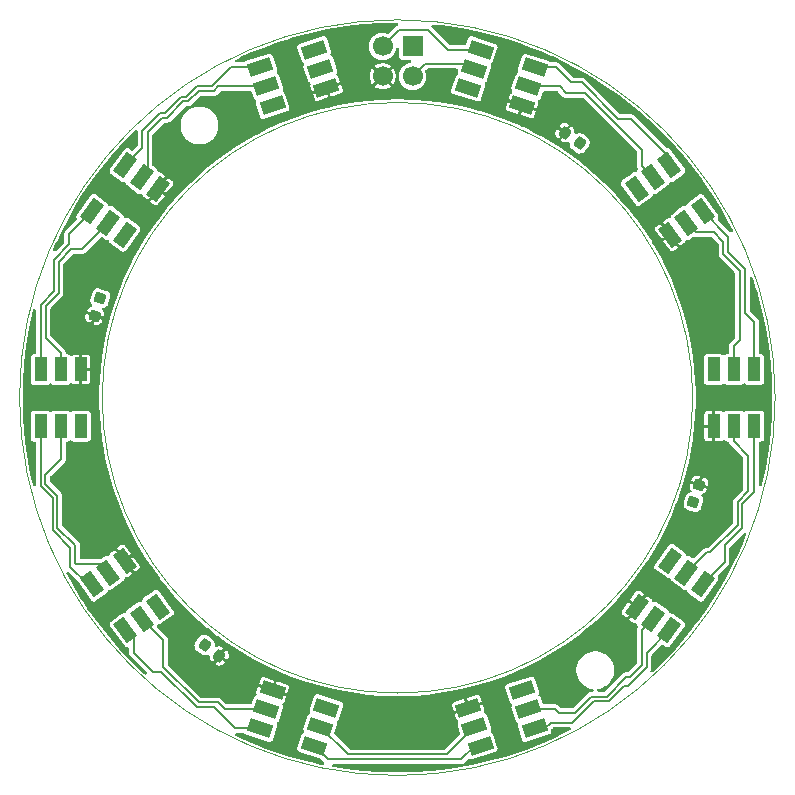
<source format=gbr>
%TF.GenerationSoftware,KiCad,Pcbnew,9.0.5*%
%TF.CreationDate,2025-12-07T22:18:12-05:00*%
%TF.ProjectId,LED_PCB,4c45445f-5043-4422-9e6b-696361645f70,rev?*%
%TF.SameCoordinates,Original*%
%TF.FileFunction,Copper,L1,Top*%
%TF.FilePolarity,Positive*%
%FSLAX46Y46*%
G04 Gerber Fmt 4.6, Leading zero omitted, Abs format (unit mm)*
G04 Created by KiCad (PCBNEW 9.0.5) date 2025-12-07 22:18:12*
%MOMM*%
%LPD*%
G01*
G04 APERTURE LIST*
G04 Aperture macros list*
%AMRoundRect*
0 Rectangle with rounded corners*
0 $1 Rounding radius*
0 $2 $3 $4 $5 $6 $7 $8 $9 X,Y pos of 4 corners*
0 Add a 4 corners polygon primitive as box body*
4,1,4,$2,$3,$4,$5,$6,$7,$8,$9,$2,$3,0*
0 Add four circle primitives for the rounded corners*
1,1,$1+$1,$2,$3*
1,1,$1+$1,$4,$5*
1,1,$1+$1,$6,$7*
1,1,$1+$1,$8,$9*
0 Add four rect primitives between the rounded corners*
20,1,$1+$1,$2,$3,$4,$5,0*
20,1,$1+$1,$4,$5,$6,$7,0*
20,1,$1+$1,$6,$7,$8,$9,0*
20,1,$1+$1,$8,$9,$2,$3,0*%
%AMRotRect*
0 Rectangle, with rotation*
0 The origin of the aperture is its center*
0 $1 length*
0 $2 width*
0 $3 Rotation angle, in degrees counterclockwise*
0 Add horizontal line*
21,1,$1,$2,0,0,$3*%
G04 Aperture macros list end*
%TA.AperFunction,SMDPad,CuDef*%
%ADD10RotRect,1.100000X2.000000X36.000000*%
%TD*%
%TA.AperFunction,SMDPad,CuDef*%
%ADD11RoundRect,0.225000X0.328975X0.070003X-0.035083X0.334506X-0.328975X-0.070003X0.035083X-0.334506X0*%
%TD*%
%TA.AperFunction,SMDPad,CuDef*%
%ADD12RoundRect,0.225000X-0.168235X0.291242X-0.307293X-0.136733X0.168235X-0.291242X0.307293X0.136733X0*%
%TD*%
%TA.AperFunction,SMDPad,CuDef*%
%ADD13RoundRect,0.225000X0.168235X-0.291242X0.307293X0.136733X-0.168235X0.291242X-0.307293X-0.136733X0*%
%TD*%
%TA.AperFunction,SMDPad,CuDef*%
%ADD14RoundRect,0.225000X-0.328975X-0.070003X0.035083X-0.334506X0.328975X0.070003X-0.035083X0.334506X0*%
%TD*%
%TA.AperFunction,SMDPad,CuDef*%
%ADD15R,1.100000X2.000000*%
%TD*%
%TA.AperFunction,SMDPad,CuDef*%
%ADD16RotRect,1.100000X2.000000X252.000000*%
%TD*%
%TA.AperFunction,SMDPad,CuDef*%
%ADD17RotRect,1.100000X2.000000X324.000000*%
%TD*%
%TA.AperFunction,SMDPad,CuDef*%
%ADD18RotRect,1.100000X2.000000X288.000000*%
%TD*%
%TA.AperFunction,SMDPad,CuDef*%
%ADD19RotRect,1.100000X2.000000X72.000000*%
%TD*%
%TA.AperFunction,SMDPad,CuDef*%
%ADD20RotRect,1.100000X2.000000X216.000000*%
%TD*%
%TA.AperFunction,SMDPad,CuDef*%
%ADD21RotRect,1.100000X2.000000X144.000000*%
%TD*%
%TA.AperFunction,SMDPad,CuDef*%
%ADD22RotRect,1.100000X2.000000X108.000000*%
%TD*%
%TA.AperFunction,ComponentPad*%
%ADD23R,1.700000X1.700000*%
%TD*%
%TA.AperFunction,ComponentPad*%
%ADD24C,1.700000*%
%TD*%
%TA.AperFunction,ViaPad*%
%ADD25C,0.600000*%
%TD*%
%TA.AperFunction,Conductor*%
%ADD26C,0.304800*%
%TD*%
%TA.AperFunction,Conductor*%
%ADD27C,0.203200*%
%TD*%
%TA.AperFunction,Profile*%
%ADD28C,0.100000*%
%TD*%
G04 APERTURE END LIST*
D10*
%TO.P,D2,1,DI*%
%TO.N,Net-(D1-DO)*%
X163011628Y-80307244D03*
%TO.P,D2,2,CI*%
%TO.N,Net-(D1-CO)*%
X161636299Y-81306479D03*
%TO.P,D2,3,GND*%
%TO.N,GND*%
X160260971Y-82305714D03*
%TO.P,D2,4,VCC*%
%TO.N,+5V*%
X163082340Y-86188996D03*
%TO.P,D2,5,CO*%
%TO.N,Net-(D2-CO)*%
X164457669Y-85189761D03*
%TO.P,D2,6,DO*%
%TO.N,Net-(D2-DO)*%
X165832997Y-84190526D03*
%TD*%
D11*
%TO.P,C1,1*%
%TO.N,GND*%
X155426988Y-78455534D03*
%TO.P,C1,2*%
%TO.N,+5V*%
X154173012Y-77544466D03*
%TD*%
D12*
%TO.P,C4,1*%
%TO.N,GND*%
X114839488Y-91562931D03*
%TO.P,C4,2*%
%TO.N,+5V*%
X114360512Y-93037069D03*
%TD*%
D13*
%TO.P,C2,1*%
%TO.N,GND*%
X165060511Y-108837068D03*
%TO.P,C2,2*%
%TO.N,+5V*%
X165539489Y-107362932D03*
%TD*%
D14*
%TO.P,C3,1*%
%TO.N,GND*%
X123673012Y-120944466D03*
%TO.P,C3,2*%
%TO.N,+5V*%
X124926988Y-121855534D03*
%TD*%
D15*
%TO.P,D3,1,DI*%
%TO.N,Net-(D2-DO)*%
X170190000Y-97600000D03*
%TO.P,D3,2,CI*%
%TO.N,Net-(D2-CO)*%
X168490000Y-97600000D03*
%TO.P,D3,3,GND*%
%TO.N,GND*%
X166790000Y-97600000D03*
%TO.P,D3,4,VCC*%
%TO.N,+5V*%
X166790000Y-102400000D03*
%TO.P,D3,5,CO*%
%TO.N,Net-(D3-CO)*%
X168490000Y-102400000D03*
%TO.P,D3,6,DO*%
%TO.N,Net-(D3-DO)*%
X170190000Y-102400000D03*
%TD*%
D16*
%TO.P,D6,1,DI*%
%TO.N,Net-(D5-DO)*%
X132940223Y-129463547D03*
%TO.P,D6,2,CI*%
%TO.N,Net-(D5-CO)*%
X133465552Y-127846751D03*
%TO.P,D6,3,GND*%
%TO.N,GND*%
X133990881Y-126229955D03*
%TO.P,D6,4,VCC*%
%TO.N,+5V*%
X129425809Y-124746673D03*
%TO.P,D6,5,CO*%
%TO.N,Net-(D6-CO)*%
X128900480Y-126363469D03*
%TO.P,D6,6,DO*%
%TO.N,Net-(D6-DO)*%
X128375151Y-127980265D03*
%TD*%
D17*
%TO.P,D4,1,DI*%
%TO.N,Net-(D3-DO)*%
X165832997Y-115809474D03*
%TO.P,D4,2,CI*%
%TO.N,Net-(D3-CO)*%
X164457669Y-114810239D03*
%TO.P,D4,3,GND*%
%TO.N,GND*%
X163082340Y-113811004D03*
%TO.P,D4,4,VCC*%
%TO.N,+5V*%
X160260971Y-117694286D03*
%TO.P,D4,5,CO*%
%TO.N,Net-(D4-CO)*%
X161636299Y-118693521D03*
%TO.P,D4,6,DO*%
%TO.N,Net-(D4-DO)*%
X163011628Y-119692756D03*
%TD*%
D18*
%TO.P,D5,1,DI*%
%TO.N,Net-(D4-DO)*%
X151604849Y-127980266D03*
%TO.P,D5,2,CI*%
%TO.N,Net-(D4-CO)*%
X151079520Y-126363470D03*
%TO.P,D5,3,GND*%
%TO.N,GND*%
X150554191Y-124746674D03*
%TO.P,D5,4,VCC*%
%TO.N,+5V*%
X145989119Y-126229956D03*
%TO.P,D5,5,CO*%
%TO.N,Net-(D5-CO)*%
X146514448Y-127846752D03*
%TO.P,D5,6,DO*%
%TO.N,Net-(D5-DO)*%
X147039777Y-129463548D03*
%TD*%
D19*
%TO.P,D1,1,DI*%
%TO.N,Net-(D1-DI)*%
X147039777Y-70536453D03*
%TO.P,D1,2,CI*%
%TO.N,Net-(D1-CI)*%
X146514448Y-72153248D03*
%TO.P,D1,3,GND*%
%TO.N,GND*%
X145989119Y-73770044D03*
%TO.P,D1,4,VCC*%
%TO.N,+5V*%
X150554191Y-75253325D03*
%TO.P,D1,5,CO*%
%TO.N,Net-(D1-CO)*%
X151079520Y-73636530D03*
%TO.P,D1,6,DO*%
%TO.N,Net-(D1-DO)*%
X151604849Y-72019734D03*
%TD*%
D20*
%TO.P,D7,1,DI*%
%TO.N,Net-(D6-DO)*%
X116968372Y-119692756D03*
%TO.P,D7,2,CI*%
%TO.N,Net-(D6-CO)*%
X118343701Y-118693521D03*
%TO.P,D7,3,GND*%
%TO.N,GND*%
X119719029Y-117694286D03*
%TO.P,D7,4,VCC*%
%TO.N,+5V*%
X116897660Y-113811004D03*
%TO.P,D7,5,CO*%
%TO.N,Net-(D7-CO)*%
X115522331Y-114810239D03*
%TO.P,D7,6,DO*%
%TO.N,Net-(D7-DO)*%
X114147003Y-115809474D03*
%TD*%
D21*
%TO.P,D9,1,DI*%
%TO.N,Net-(D8-DO)*%
X114147003Y-84190526D03*
%TO.P,D9,2,CI*%
%TO.N,Net-(D8-CO)*%
X115522331Y-85189761D03*
%TO.P,D9,3,GND*%
%TO.N,GND*%
X116897660Y-86188996D03*
%TO.P,D9,4,VCC*%
%TO.N,+5V*%
X119719029Y-82305714D03*
%TO.P,D9,5,CO*%
%TO.N,Net-(D10-CI)*%
X118343701Y-81306479D03*
%TO.P,D9,6,DO*%
%TO.N,Net-(D10-DI)*%
X116968372Y-80307244D03*
%TD*%
D15*
%TO.P,D8,1,DI*%
%TO.N,Net-(D7-DO)*%
X109790000Y-102400000D03*
%TO.P,D8,2,CI*%
%TO.N,Net-(D7-CO)*%
X111490000Y-102400000D03*
%TO.P,D8,3,GND*%
%TO.N,GND*%
X113190000Y-102400000D03*
%TO.P,D8,4,VCC*%
%TO.N,+5V*%
X113190000Y-97600000D03*
%TO.P,D8,5,CO*%
%TO.N,Net-(D8-CO)*%
X111490000Y-97600000D03*
%TO.P,D8,6,DO*%
%TO.N,Net-(D8-DO)*%
X109790000Y-97600000D03*
%TD*%
D22*
%TO.P,D10,1,DI*%
%TO.N,Net-(D10-DI)*%
X128375151Y-72019734D03*
%TO.P,D10,2,CI*%
%TO.N,Net-(D10-CI)*%
X128900480Y-73636530D03*
%TO.P,D10,3,GND*%
%TO.N,GND*%
X129425809Y-75253326D03*
%TO.P,D10,4,VCC*%
%TO.N,+5V*%
X133990881Y-73770044D03*
%TO.P,D10,5,CO*%
%TO.N,unconnected-(D10-CO-Pad5)*%
X133465552Y-72153248D03*
%TO.P,D10,6,DO*%
%TO.N,unconnected-(D10-DO-Pad6)*%
X132940223Y-70536452D03*
%TD*%
D23*
%TO.P,J1,1,Pin_1*%
%TO.N,GND*%
X141280000Y-70250000D03*
D24*
%TO.P,J1,2,Pin_2*%
%TO.N,Net-(D1-CI)*%
X141280000Y-72790000D03*
%TO.P,J1,3,Pin_3*%
%TO.N,Net-(D1-DI)*%
X138740000Y-70250000D03*
%TO.P,J1,4,Pin_4*%
%TO.N,+5V*%
X138740000Y-72790000D03*
%TD*%
D25*
%TO.N,GND*%
X129425809Y-75253326D03*
X123673012Y-120944467D03*
X160260970Y-82305714D03*
X119719029Y-117694286D03*
X163082340Y-113811004D03*
X114839488Y-91562931D03*
X155426988Y-78455534D03*
X150554191Y-124746674D03*
X165060511Y-108837069D03*
X113190000Y-102400000D03*
X133990881Y-126229955D03*
X116897660Y-86188996D03*
X146000000Y-73770044D03*
X166790000Y-97600000D03*
%TD*%
D26*
%TO.N,GND*%
X146000000Y-73770044D02*
X146370044Y-73770044D01*
X145989119Y-73770044D02*
X146000000Y-73770044D01*
D27*
%TO.N,Net-(D1-DI)*%
X138740000Y-70250000D02*
X140090000Y-68900000D01*
X144236453Y-70536453D02*
X147039777Y-70536453D01*
X142600000Y-68900000D02*
X144236453Y-70536453D01*
X140090000Y-68900000D02*
X142600000Y-68900000D01*
%TO.N,Net-(D1-CI)*%
X142370000Y-71700000D02*
X146061200Y-71700000D01*
X141280000Y-72790000D02*
X142370000Y-71700000D01*
%TO.N,Net-(D1-DO)*%
X153419734Y-72019734D02*
X154700000Y-73300000D01*
X158700000Y-76400000D02*
X159800000Y-76400000D01*
X155600000Y-73300000D02*
X158700000Y-76400000D01*
X163011628Y-79611628D02*
X163011628Y-80307244D01*
X159800000Y-76400000D02*
X163011628Y-79611628D01*
X151604849Y-72019734D02*
X153419734Y-72019734D01*
X154700000Y-73300000D02*
X155600000Y-73300000D01*
%TO.N,Net-(D1-CO)*%
X155900000Y-74200000D02*
X160700000Y-79000000D01*
X153736530Y-73636530D02*
X154300000Y-74200000D01*
X160700000Y-79000000D02*
X160700000Y-80370180D01*
X151079520Y-73636530D02*
X153736530Y-73636530D01*
X154300000Y-74200000D02*
X155900000Y-74200000D01*
X160700000Y-80370180D02*
X161636299Y-81306479D01*
%TO.N,Net-(D2-CO)*%
X167595800Y-87867426D02*
X168964187Y-89235813D01*
X167595800Y-86795800D02*
X167595800Y-87867426D01*
X166800000Y-86000000D02*
X167595800Y-86795800D01*
X168964187Y-95135813D02*
X168490000Y-95610000D01*
X168490000Y-95610000D02*
X168490000Y-97600000D01*
X164457669Y-85189761D02*
X165267908Y-86000000D01*
X165267908Y-86000000D02*
X166800000Y-86000000D01*
X168964187Y-89235813D02*
X168964187Y-95135813D01*
%TO.N,Net-(D2-DO)*%
X170190000Y-93590000D02*
X170190000Y-97600000D01*
X169400000Y-92800000D02*
X170190000Y-93590000D01*
X168000000Y-87700000D02*
X169400000Y-89100000D01*
X168000000Y-86357528D02*
X168000000Y-87700000D01*
X165832998Y-84190526D02*
X168000000Y-86357528D01*
X169400000Y-89100000D02*
X169400000Y-92800000D01*
%TO.N,Net-(D3-CO)*%
X168795800Y-108804200D02*
X168795800Y-110804200D01*
X166500000Y-113100000D02*
X166167908Y-113100000D01*
X169700000Y-107900000D02*
X168795800Y-108804200D01*
X169700000Y-104900000D02*
X169700000Y-107900000D01*
X168490000Y-102400000D02*
X168490000Y-103690000D01*
X168490000Y-103690000D02*
X169700000Y-104900000D01*
X166167908Y-113100000D02*
X164457669Y-114810239D01*
X168795800Y-110804200D02*
X166500000Y-113100000D01*
%TO.N,Net-(D3-DO)*%
X167700000Y-113942471D02*
X165832997Y-115809474D01*
X169200000Y-111000000D02*
X167700000Y-112500000D01*
X169200000Y-109000000D02*
X169200000Y-111000000D01*
X167700000Y-112500000D02*
X167700000Y-113942471D01*
X170190000Y-102400000D02*
X170190000Y-108010000D01*
X170190000Y-108010000D02*
X169200000Y-109000000D01*
%TO.N,Net-(D4-CO)*%
X156404200Y-125295800D02*
X155000000Y-126700000D01*
X155000000Y-126700000D02*
X153700000Y-126700000D01*
X159664187Y-123664187D02*
X159335813Y-123664187D01*
X153363470Y-126363470D02*
X151079520Y-126363470D01*
X161636299Y-118693521D02*
X160695800Y-119634020D01*
X160695800Y-119634020D02*
X160695800Y-122632574D01*
X153700000Y-126700000D02*
X153363470Y-126363470D01*
X160695800Y-122632574D02*
X159664187Y-123664187D01*
X159335813Y-123664187D02*
X157704200Y-125295800D01*
X157704200Y-125295800D02*
X156404200Y-125295800D01*
%TO.N,Net-(D4-DO)*%
X153000000Y-127500000D02*
X152519734Y-127980266D01*
X159200000Y-124400000D02*
X157900000Y-125700000D01*
X152519734Y-127980266D02*
X151604849Y-127980266D01*
X161100000Y-121604384D02*
X161100000Y-122800000D01*
X161100000Y-122800000D02*
X159500000Y-124400000D01*
X154800000Y-127500000D02*
X153000000Y-127500000D01*
X163011628Y-119692756D02*
X161100000Y-121604384D01*
X157900000Y-125700000D02*
X156600000Y-125700000D01*
X159500000Y-124400000D02*
X159200000Y-124400000D01*
X156600000Y-125700000D02*
X154800000Y-127500000D01*
%TO.N,Net-(D5-DO)*%
X145400000Y-130600000D02*
X134076676Y-130600000D01*
X147039777Y-129463548D02*
X146536452Y-129463548D01*
X146536452Y-129463548D02*
X145400000Y-130600000D01*
X134076676Y-130600000D02*
X132940223Y-129463547D01*
%TO.N,Net-(D5-CO)*%
X146514448Y-127846752D02*
X144165400Y-130195800D01*
X144165400Y-130195800D02*
X135814601Y-130195800D01*
X135814601Y-130195800D02*
X133465552Y-127846751D01*
%TO.N,Net-(D6-DO)*%
X117700000Y-121600000D02*
X117700000Y-120424384D01*
X119300000Y-123200000D02*
X117700000Y-121600000D01*
X123000000Y-126200000D02*
X120000000Y-123200000D01*
X126280265Y-127980265D02*
X124500000Y-126200000D01*
X128375151Y-127980265D02*
X126280265Y-127980265D01*
X124500000Y-126200000D02*
X123000000Y-126200000D01*
X120000000Y-123200000D02*
X119300000Y-123200000D01*
X117700000Y-120424384D02*
X116968372Y-119692756D01*
%TO.N,Net-(D6-CO)*%
X125363469Y-126363469D02*
X124795800Y-125795800D01*
X120167425Y-120517245D02*
X118343701Y-118693521D01*
X120167425Y-122795800D02*
X120167425Y-120517245D01*
X124795800Y-125795800D02*
X123167426Y-125795800D01*
X123167426Y-125795800D02*
X120167425Y-122795800D01*
X128900480Y-126363469D02*
X125363469Y-126363469D01*
%TO.N,Net-(D7-CO)*%
X112704200Y-112500000D02*
X111204200Y-111000000D01*
X111204200Y-111000000D02*
X111204200Y-108304200D01*
X111204200Y-108304200D02*
X110194200Y-107294200D01*
X110194200Y-106500000D02*
X111490000Y-105204200D01*
X111490000Y-105204200D02*
X111490000Y-102400000D01*
X115522331Y-114810239D02*
X114806410Y-114094318D01*
X110194200Y-107294200D02*
X110194200Y-106500000D01*
X112794318Y-114094318D02*
X112704200Y-114004200D01*
X114806410Y-114094318D02*
X112794318Y-114094318D01*
X112704200Y-114004200D02*
X112704200Y-112500000D01*
%TO.N,Net-(D7-DO)*%
X110800000Y-108500000D02*
X109790000Y-107490000D01*
X114147003Y-115809474D02*
X113809474Y-115809474D01*
X110800000Y-111200000D02*
X110800000Y-108500000D01*
X112300000Y-112700000D02*
X110800000Y-111200000D01*
X113809474Y-115809474D02*
X112300000Y-114300000D01*
X109790000Y-107490000D02*
X109790000Y-102400000D01*
X112300000Y-114300000D02*
X112300000Y-112700000D01*
%TO.N,Net-(D8-DO)*%
X110900000Y-88300000D02*
X112200000Y-87000000D01*
X112200000Y-86137529D02*
X114147003Y-84190526D01*
X112200000Y-87000000D02*
X112200000Y-86137529D01*
X109790000Y-92110000D02*
X110900000Y-91000000D01*
X110900000Y-91000000D02*
X110900000Y-88300000D01*
X109790000Y-97600000D02*
X109790000Y-92110000D01*
%TO.N,Net-(D8-CO)*%
X111490000Y-97600000D02*
X111490000Y-96190000D01*
X113326280Y-87385812D02*
X115522331Y-85189761D01*
X111304200Y-88467426D02*
X112385813Y-87385812D01*
X111304200Y-91167425D02*
X111304200Y-88467426D01*
X110200000Y-92271626D02*
X111304200Y-91167425D01*
X112385813Y-87385812D02*
X113326280Y-87385812D01*
X111490000Y-96190000D02*
X110200000Y-94900000D01*
X110200000Y-94900000D02*
X110200000Y-92271626D01*
%TO.N,Net-(D10-CI)*%
X122300000Y-74904200D02*
X123200000Y-74004200D01*
X118343701Y-81306479D02*
X118835813Y-80814367D01*
X120467426Y-76304200D02*
X121867426Y-74904200D01*
X124835096Y-73636530D02*
X128900480Y-73636530D01*
X124467426Y-74004200D02*
X124835096Y-73636530D01*
X123200000Y-74004200D02*
X124467426Y-74004200D01*
X121867426Y-74904200D02*
X122300000Y-74904200D01*
X120067426Y-76304200D02*
X120467426Y-76304200D01*
X118835813Y-80814367D02*
X118835813Y-77535813D01*
X118835813Y-77535813D02*
X120067426Y-76304200D01*
%TO.N,Net-(D10-DI)*%
X121700000Y-74500000D02*
X122100000Y-74500000D01*
X116968372Y-80307244D02*
X118400000Y-78875616D01*
X120300000Y-75900000D02*
X121700000Y-74500000D01*
X124300000Y-73600000D02*
X125880266Y-72019734D01*
X119900000Y-75900000D02*
X120300000Y-75900000D01*
X123000000Y-73600000D02*
X124300000Y-73600000D01*
X122100000Y-74500000D02*
X123000000Y-73600000D01*
X125880266Y-72019734D02*
X128375151Y-72019734D01*
X118400000Y-78875616D02*
X118400000Y-77400000D01*
X118400000Y-77400000D02*
X119900000Y-75900000D01*
%TD*%
%TA.AperFunction,Conductor*%
%TO.N,+5V*%
G36*
X140020690Y-68279128D02*
G01*
X140067183Y-68332784D01*
X140077287Y-68403058D01*
X140047793Y-68467638D01*
X139988067Y-68506022D01*
X139985213Y-68506823D01*
X139973132Y-68510060D01*
X139960674Y-68513398D01*
X139960672Y-68513399D01*
X139932942Y-68520830D01*
X139886549Y-68547614D01*
X139840158Y-68574398D01*
X139840154Y-68574401D01*
X139277124Y-69137431D01*
X139214812Y-69171456D01*
X139149093Y-69168168D01*
X139010537Y-69123149D01*
X139010535Y-69123148D01*
X139010533Y-69123148D01*
X138830924Y-69094700D01*
X138649076Y-69094700D01*
X138469467Y-69123148D01*
X138469465Y-69123148D01*
X138469462Y-69123149D01*
X138296523Y-69179340D01*
X138296517Y-69179343D01*
X138134487Y-69261901D01*
X137987370Y-69368788D01*
X137858788Y-69497370D01*
X137751901Y-69644487D01*
X137669343Y-69806517D01*
X137669340Y-69806523D01*
X137613149Y-69979462D01*
X137613148Y-69979465D01*
X137613148Y-69979467D01*
X137584700Y-70159076D01*
X137584700Y-70340924D01*
X137613148Y-70520533D01*
X137669342Y-70693481D01*
X137751899Y-70855509D01*
X137751901Y-70855512D01*
X137858788Y-71002629D01*
X137987370Y-71131211D01*
X138007146Y-71145579D01*
X138134491Y-71238101D01*
X138296519Y-71320658D01*
X138469467Y-71376852D01*
X138649076Y-71405300D01*
X138649078Y-71405300D01*
X138830922Y-71405300D01*
X138830924Y-71405300D01*
X139010533Y-71376852D01*
X139183481Y-71320658D01*
X139345509Y-71238101D01*
X139492627Y-71131213D01*
X139621213Y-71002627D01*
X139728101Y-70855509D01*
X139810658Y-70693481D01*
X139866852Y-70520533D01*
X139874252Y-70473810D01*
X139904663Y-70409660D01*
X139964931Y-70372133D01*
X140035920Y-70373146D01*
X140095092Y-70412378D01*
X140123661Y-70477373D01*
X140124700Y-70493523D01*
X140124700Y-71145574D01*
X140124701Y-71145578D01*
X140127662Y-71171108D01*
X140127663Y-71171112D01*
X140173765Y-71275525D01*
X140254472Y-71356232D01*
X140254474Y-71356233D01*
X140254475Y-71356234D01*
X140358891Y-71402338D01*
X140384421Y-71405300D01*
X141036477Y-71405299D01*
X141104596Y-71425301D01*
X141151089Y-71478957D01*
X141161193Y-71549230D01*
X141131700Y-71613811D01*
X141071973Y-71652195D01*
X141056188Y-71655747D01*
X141009467Y-71663147D01*
X140836523Y-71719340D01*
X140836517Y-71719343D01*
X140674487Y-71801901D01*
X140527370Y-71908788D01*
X140398788Y-72037370D01*
X140291901Y-72184487D01*
X140209343Y-72346517D01*
X140209340Y-72346523D01*
X140153149Y-72519462D01*
X140153149Y-72519464D01*
X140153148Y-72519467D01*
X140124700Y-72699076D01*
X140124700Y-72880924D01*
X140151246Y-73048524D01*
X140153149Y-73060537D01*
X140208685Y-73231461D01*
X140209342Y-73233481D01*
X140270682Y-73353868D01*
X140291901Y-73395512D01*
X140398788Y-73542629D01*
X140527370Y-73671211D01*
X140527373Y-73671213D01*
X140674491Y-73778101D01*
X140836519Y-73860658D01*
X141009467Y-73916852D01*
X141189076Y-73945300D01*
X141189078Y-73945300D01*
X141370922Y-73945300D01*
X141370924Y-73945300D01*
X141550533Y-73916852D01*
X141723481Y-73860658D01*
X141885509Y-73778101D01*
X142032627Y-73671213D01*
X142161213Y-73542627D01*
X142268101Y-73395509D01*
X142350658Y-73233481D01*
X142406852Y-73060533D01*
X142435300Y-72880924D01*
X142435300Y-72699076D01*
X142406852Y-72519467D01*
X142361829Y-72380902D01*
X142361388Y-72365447D01*
X142355984Y-72350958D01*
X142360394Y-72330682D01*
X142359802Y-72309939D01*
X142368021Y-72295623D01*
X142371076Y-72281584D01*
X142392564Y-72252879D01*
X142501640Y-72143804D01*
X142563953Y-72109779D01*
X142590735Y-72106900D01*
X144983611Y-72106900D01*
X145051732Y-72126902D01*
X145098225Y-72180558D01*
X145108329Y-72250832D01*
X145103444Y-72271833D01*
X145097542Y-72290000D01*
X145088990Y-72316320D01*
X145083918Y-72341509D01*
X145083918Y-72341511D01*
X145083918Y-72341513D01*
X145084429Y-72346519D01*
X145095499Y-72455067D01*
X145095499Y-72455068D01*
X145118213Y-72499647D01*
X145131317Y-72569424D01*
X145104616Y-72635209D01*
X145063150Y-72669115D01*
X145018569Y-72691830D01*
X144942453Y-72776891D01*
X144931751Y-72800248D01*
X144931747Y-72800258D01*
X144563661Y-73933116D01*
X144558589Y-73958305D01*
X144558589Y-73958307D01*
X144558589Y-73958309D01*
X144565309Y-74024202D01*
X144570170Y-74071862D01*
X144621988Y-74173561D01*
X144707048Y-74249676D01*
X144730405Y-74260378D01*
X144730412Y-74260381D01*
X146719221Y-74906583D01*
X146744417Y-74911656D01*
X146857970Y-74900075D01*
X146959669Y-74848257D01*
X147035783Y-74763198D01*
X147044107Y-74745032D01*
X149400810Y-74745032D01*
X150593436Y-75132541D01*
X151786059Y-75520047D01*
X151786060Y-75520047D01*
X151924503Y-75093964D01*
X151924506Y-75093952D01*
X151933384Y-75018945D01*
X151933384Y-75018942D01*
X151902588Y-74909744D01*
X151905572Y-74908902D01*
X151896047Y-74858178D01*
X151922749Y-74792393D01*
X151964214Y-74758488D01*
X152050070Y-74714743D01*
X152126184Y-74629684D01*
X152136890Y-74606319D01*
X152291494Y-74130493D01*
X152331567Y-74071888D01*
X152396964Y-74044251D01*
X152411327Y-74043430D01*
X153515796Y-74043430D01*
X153583917Y-74063432D01*
X153604886Y-74080330D01*
X154050157Y-74525601D01*
X154050158Y-74525602D01*
X154050160Y-74525603D01*
X154142939Y-74579169D01*
X154142942Y-74579170D01*
X154244261Y-74606319D01*
X154246430Y-74606900D01*
X154246431Y-74606900D01*
X155679266Y-74606900D01*
X155747387Y-74626902D01*
X155768361Y-74643805D01*
X160256195Y-79131639D01*
X160290221Y-79193951D01*
X160293100Y-79220734D01*
X160293100Y-80423753D01*
X160320829Y-80527236D01*
X160320830Y-80527239D01*
X160334263Y-80550505D01*
X160351001Y-80619500D01*
X160344072Y-80655123D01*
X160340103Y-80666463D01*
X160310941Y-80716617D01*
X160301340Y-80777232D01*
X160297593Y-80787942D01*
X160283247Y-80807941D01*
X160272701Y-80830189D01*
X160262924Y-80836276D01*
X160256213Y-80845633D01*
X160233329Y-80854703D01*
X160212432Y-80867715D01*
X160198491Y-80868512D01*
X160190212Y-80871794D01*
X160179132Y-80869619D01*
X160158955Y-80870773D01*
X160109538Y-80862946D01*
X160109534Y-80862946D01*
X159997965Y-80887021D01*
X159997962Y-80887023D01*
X159975573Y-80899628D01*
X159975570Y-80899630D01*
X159975568Y-80899632D01*
X159819283Y-81013180D01*
X159011903Y-81599776D01*
X158992988Y-81617178D01*
X158992986Y-81617181D01*
X158935614Y-81715849D01*
X158935613Y-81715850D01*
X158935613Y-81715852D01*
X158923599Y-81791709D01*
X158917758Y-81828587D01*
X158917758Y-81828590D01*
X158941832Y-81940158D01*
X158941834Y-81940162D01*
X158954439Y-81962550D01*
X158954440Y-81962551D01*
X158954443Y-81962556D01*
X159704010Y-82994246D01*
X160183593Y-83654335D01*
X160183594Y-83654336D01*
X160183595Y-83654337D01*
X160200997Y-83673251D01*
X160299670Y-83730626D01*
X160412405Y-83748482D01*
X160523978Y-83724406D01*
X160546374Y-83711796D01*
X161510039Y-83011651D01*
X161528954Y-82994249D01*
X161586329Y-82895576D01*
X161594156Y-82846155D01*
X161624567Y-82782005D01*
X161684835Y-82744478D01*
X161738311Y-82741419D01*
X161787733Y-82749247D01*
X161899306Y-82725171D01*
X161921702Y-82712561D01*
X162885367Y-82012416D01*
X162904282Y-81995014D01*
X162961657Y-81896341D01*
X162969484Y-81846920D01*
X162999895Y-81782770D01*
X163060163Y-81745243D01*
X163113640Y-81742184D01*
X163163062Y-81750012D01*
X163274635Y-81725936D01*
X163297031Y-81713326D01*
X164260696Y-81013181D01*
X164279611Y-80995779D01*
X164336986Y-80897106D01*
X164354841Y-80784371D01*
X164330766Y-80672798D01*
X164318156Y-80650402D01*
X163234524Y-79158912D01*
X163089005Y-78958622D01*
X163089004Y-78958621D01*
X163071603Y-78939708D01*
X163071601Y-78939706D01*
X163042488Y-78922778D01*
X162972929Y-78882332D01*
X162876537Y-78867064D01*
X162812385Y-78836652D01*
X162807155Y-78831711D01*
X160049849Y-76074404D01*
X160049839Y-76074396D01*
X159957060Y-76020830D01*
X159957057Y-76020829D01*
X159853573Y-75993100D01*
X159853570Y-75993100D01*
X159853569Y-75993100D01*
X158920734Y-75993100D01*
X158852613Y-75973098D01*
X158831639Y-75956195D01*
X155849849Y-72974404D01*
X155849839Y-72974396D01*
X155757060Y-72920830D01*
X155757057Y-72920829D01*
X155653573Y-72893100D01*
X155653570Y-72893100D01*
X155653569Y-72893100D01*
X154920733Y-72893100D01*
X154852612Y-72873098D01*
X154831642Y-72856199D01*
X153669577Y-71694133D01*
X153669575Y-71694132D01*
X153669573Y-71694130D01*
X153576794Y-71640564D01*
X153576791Y-71640563D01*
X153473307Y-71612834D01*
X153473304Y-71612834D01*
X153473303Y-71612834D01*
X153016343Y-71612834D01*
X152948222Y-71592832D01*
X152932329Y-71580736D01*
X152886921Y-71540103D01*
X152886917Y-71540101D01*
X152886916Y-71540100D01*
X152863562Y-71529399D01*
X152863552Y-71529395D01*
X151387930Y-71049938D01*
X150874747Y-70883195D01*
X150874744Y-70883194D01*
X150874743Y-70883194D01*
X150849553Y-70878122D01*
X150849551Y-70878122D01*
X150799810Y-70883195D01*
X150735997Y-70889703D01*
X150634298Y-70941521D01*
X150558183Y-71026581D01*
X150547481Y-71049938D01*
X150547477Y-71049948D01*
X150179391Y-72182806D01*
X150174319Y-72207995D01*
X150174319Y-72207997D01*
X150174319Y-72207999D01*
X150178896Y-72252874D01*
X150185900Y-72321553D01*
X150185900Y-72321554D01*
X150208614Y-72366133D01*
X150221718Y-72435910D01*
X150195017Y-72501695D01*
X150153551Y-72535601D01*
X150108970Y-72558316D01*
X150032854Y-72643377D01*
X150022152Y-72666734D01*
X150022148Y-72666744D01*
X149654062Y-73799602D01*
X149648990Y-73824791D01*
X149648990Y-73824793D01*
X149648990Y-73824795D01*
X149656048Y-73894000D01*
X149660571Y-73938349D01*
X149660571Y-73938350D01*
X149704315Y-74024202D01*
X149717419Y-74093978D01*
X149690719Y-74159763D01*
X149664204Y-74181446D01*
X149665267Y-74182794D01*
X149576165Y-74253036D01*
X149539261Y-74318932D01*
X149539255Y-74318947D01*
X149400810Y-74745032D01*
X147044107Y-74745032D01*
X147046489Y-74739833D01*
X147414576Y-73606975D01*
X147419649Y-73581779D01*
X147408068Y-73468226D01*
X147408067Y-73468224D01*
X147408067Y-73468223D01*
X147385353Y-73423644D01*
X147372249Y-73353868D01*
X147398949Y-73288083D01*
X147440416Y-73254176D01*
X147484998Y-73231461D01*
X147561112Y-73146402D01*
X147571818Y-73123037D01*
X147939905Y-71990179D01*
X147944978Y-71964983D01*
X147933397Y-71851430D01*
X147910681Y-71806847D01*
X147897578Y-71737073D01*
X147924278Y-71671289D01*
X147965745Y-71637381D01*
X148010327Y-71614666D01*
X148086441Y-71529607D01*
X148097147Y-71506242D01*
X148465234Y-70373384D01*
X148470307Y-70348188D01*
X148458726Y-70234635D01*
X148406908Y-70132936D01*
X148406906Y-70132934D01*
X148321847Y-70056820D01*
X148298490Y-70046118D01*
X148298480Y-70046114D01*
X146761781Y-69546812D01*
X146309675Y-69399914D01*
X146309672Y-69399913D01*
X146309671Y-69399913D01*
X146284481Y-69394841D01*
X146284479Y-69394841D01*
X146234738Y-69399914D01*
X146170925Y-69406422D01*
X146069226Y-69458240D01*
X145993111Y-69543300D01*
X145982409Y-69566657D01*
X145982405Y-69566667D01*
X145871131Y-69909138D01*
X145827971Y-70041973D01*
X145827803Y-70042489D01*
X145787730Y-70101095D01*
X145722333Y-70128732D01*
X145707970Y-70129553D01*
X144457187Y-70129553D01*
X144389066Y-70109551D01*
X144368092Y-70092648D01*
X142890428Y-68614983D01*
X142856402Y-68552671D01*
X142861467Y-68481855D01*
X142904014Y-68425020D01*
X142970534Y-68400209D01*
X142992398Y-68400548D01*
X143771816Y-68480675D01*
X143775998Y-68481177D01*
X144845349Y-68628156D01*
X144849531Y-68628803D01*
X145913257Y-68812208D01*
X145917405Y-68812996D01*
X146974251Y-69032611D01*
X146978443Y-69033558D01*
X148027090Y-69289107D01*
X148031161Y-69290172D01*
X149017950Y-69566657D01*
X149070558Y-69581397D01*
X149074676Y-69582627D01*
X149269579Y-69644487D01*
X150103425Y-69909138D01*
X150107503Y-69910509D01*
X151124570Y-70271974D01*
X151128530Y-70273459D01*
X152132654Y-70669434D01*
X152136592Y-70671064D01*
X153008846Y-71049938D01*
X153126630Y-71101099D01*
X153130546Y-71102881D01*
X154105292Y-71566448D01*
X154109069Y-71568325D01*
X155067419Y-72064903D01*
X155071201Y-72066945D01*
X156012041Y-72595952D01*
X156015718Y-72598102D01*
X156700510Y-73014534D01*
X156937964Y-73158933D01*
X156941601Y-73161231D01*
X157051755Y-73233481D01*
X157844136Y-73753203D01*
X157847665Y-73755605D01*
X158243100Y-74034734D01*
X158729470Y-74378052D01*
X158732921Y-74380576D01*
X159593018Y-75032808D01*
X159596333Y-75035414D01*
X160433597Y-75716581D01*
X160436888Y-75719352D01*
X161250411Y-76428707D01*
X161253605Y-76431590D01*
X162042431Y-77168301D01*
X162045524Y-77171291D01*
X162808708Y-77934475D01*
X162811698Y-77937568D01*
X163548409Y-78726394D01*
X163551292Y-78729588D01*
X164260647Y-79543111D01*
X164263418Y-79546402D01*
X164944585Y-80383666D01*
X164947197Y-80386989D01*
X165501841Y-81118397D01*
X165599407Y-81247057D01*
X165601947Y-81250529D01*
X166224384Y-82132320D01*
X166226805Y-82135877D01*
X166818768Y-83038398D01*
X166821066Y-83042035D01*
X167381886Y-83964263D01*
X167384058Y-83967977D01*
X167913052Y-84908794D01*
X167915096Y-84912580D01*
X168384573Y-85818627D01*
X168398154Y-85888312D01*
X168371904Y-85954278D01*
X168314157Y-85995580D01*
X168243248Y-85999105D01*
X168183605Y-85965690D01*
X167168091Y-84950176D01*
X167134065Y-84887864D01*
X167139130Y-84817049D01*
X167148257Y-84797753D01*
X167158355Y-84780388D01*
X167176210Y-84667653D01*
X167152135Y-84556080D01*
X167139525Y-84533684D01*
X165949369Y-82895576D01*
X165910374Y-82841904D01*
X165910373Y-82841903D01*
X165892972Y-82822990D01*
X165892970Y-82822988D01*
X165863857Y-82806060D01*
X165794298Y-82765614D01*
X165681563Y-82747758D01*
X165681562Y-82747758D01*
X165681560Y-82747758D01*
X165569991Y-82771833D01*
X165569988Y-82771835D01*
X165547599Y-82784440D01*
X165547596Y-82784442D01*
X165547594Y-82784444D01*
X165275359Y-82982235D01*
X164583929Y-83484588D01*
X164565014Y-83501990D01*
X164565012Y-83501993D01*
X164507640Y-83600660D01*
X164499812Y-83650083D01*
X164469399Y-83714236D01*
X164409130Y-83751762D01*
X164355653Y-83754820D01*
X164306236Y-83746993D01*
X164306232Y-83746993D01*
X164194663Y-83771068D01*
X164194660Y-83771070D01*
X164172271Y-83783675D01*
X164172268Y-83783677D01*
X164172266Y-83783679D01*
X163923714Y-83964263D01*
X163208601Y-84483823D01*
X163189686Y-84501225D01*
X163189684Y-84501228D01*
X163132312Y-84599895D01*
X163132311Y-84599898D01*
X163132311Y-84599899D01*
X163121580Y-84667653D01*
X163117238Y-84695070D01*
X163086825Y-84759223D01*
X163026557Y-84796750D01*
X162992359Y-84798707D01*
X162992427Y-84800422D01*
X162879058Y-84804875D01*
X162810455Y-84836502D01*
X162448002Y-85099839D01*
X162448002Y-85099840D01*
X163185085Y-86114347D01*
X163922166Y-87128853D01*
X163922167Y-87128853D01*
X164284617Y-86865518D01*
X164284625Y-86865511D01*
X164335895Y-86810049D01*
X164375168Y-86703600D01*
X164378078Y-86704673D01*
X164400170Y-86658054D01*
X164460432Y-86620518D01*
X164513927Y-86617454D01*
X164609103Y-86632529D01*
X164720676Y-86608453D01*
X164743072Y-86595843D01*
X165011416Y-86400877D01*
X165078281Y-86377021D01*
X165118085Y-86381108D01*
X165214338Y-86406900D01*
X165214339Y-86406900D01*
X166579266Y-86406900D01*
X166647387Y-86426902D01*
X166668361Y-86443805D01*
X167151995Y-86927439D01*
X167186021Y-86989751D01*
X167188900Y-87016534D01*
X167188900Y-87920999D01*
X167216629Y-88024483D01*
X167216630Y-88024486D01*
X167270196Y-88117265D01*
X167270198Y-88117267D01*
X167270199Y-88117269D01*
X168520383Y-89367452D01*
X168554407Y-89429763D01*
X168557287Y-89456546D01*
X168557287Y-94915078D01*
X168537285Y-94983199D01*
X168520382Y-95004173D01*
X168164404Y-95360150D01*
X168164398Y-95360158D01*
X168110829Y-95452943D01*
X168083100Y-95556431D01*
X168083100Y-96168700D01*
X168063098Y-96236821D01*
X168009442Y-96283314D01*
X167957102Y-96294700D01*
X167894426Y-96294700D01*
X167894420Y-96294701D01*
X167868891Y-96297662D01*
X167868887Y-96297663D01*
X167764474Y-96343765D01*
X167764472Y-96343767D01*
X167729095Y-96379145D01*
X167666783Y-96413171D01*
X167595968Y-96408106D01*
X167550905Y-96379145D01*
X167515527Y-96343767D01*
X167515525Y-96343766D01*
X167411107Y-96297661D01*
X167411108Y-96297661D01*
X167385582Y-96294700D01*
X166194425Y-96294700D01*
X166194421Y-96294701D01*
X166168891Y-96297662D01*
X166168887Y-96297663D01*
X166064474Y-96343765D01*
X165983767Y-96424472D01*
X165983766Y-96424474D01*
X165937661Y-96528892D01*
X165934700Y-96554416D01*
X165934700Y-98645574D01*
X165934701Y-98645578D01*
X165937662Y-98671108D01*
X165937663Y-98671112D01*
X165983765Y-98775525D01*
X166064472Y-98856232D01*
X166064474Y-98856233D01*
X166064475Y-98856234D01*
X166168891Y-98902338D01*
X166194421Y-98905300D01*
X167385578Y-98905299D01*
X167411109Y-98902338D01*
X167515525Y-98856234D01*
X167532497Y-98839262D01*
X167550905Y-98820855D01*
X167613217Y-98786829D01*
X167684032Y-98791894D01*
X167729095Y-98820855D01*
X167764472Y-98856232D01*
X167764474Y-98856233D01*
X167764475Y-98856234D01*
X167868891Y-98902338D01*
X167894421Y-98905300D01*
X169085578Y-98905299D01*
X169111109Y-98902338D01*
X169215525Y-98856234D01*
X169232497Y-98839262D01*
X169250905Y-98820855D01*
X169313217Y-98786829D01*
X169384032Y-98791894D01*
X169429095Y-98820855D01*
X169464472Y-98856232D01*
X169464474Y-98856233D01*
X169464475Y-98856234D01*
X169568891Y-98902338D01*
X169594421Y-98905300D01*
X170785578Y-98905299D01*
X170811109Y-98902338D01*
X170915525Y-98856234D01*
X170996234Y-98775525D01*
X171042338Y-98671109D01*
X171045300Y-98645579D01*
X171045299Y-96554422D01*
X171042338Y-96528891D01*
X171005707Y-96445929D01*
X170996234Y-96424474D01*
X170915527Y-96343767D01*
X170915525Y-96343766D01*
X170811107Y-96297661D01*
X170811108Y-96297661D01*
X170785583Y-96294700D01*
X170785579Y-96294700D01*
X170722900Y-96294700D01*
X170654779Y-96274698D01*
X170608286Y-96221042D01*
X170596900Y-96168700D01*
X170596900Y-93536431D01*
X170596899Y-93536427D01*
X170569170Y-93432944D01*
X170569169Y-93432941D01*
X170562840Y-93421980D01*
X170515601Y-93340157D01*
X170515596Y-93340152D01*
X170515594Y-93340149D01*
X169843805Y-92668360D01*
X169809779Y-92606048D01*
X169806900Y-92579265D01*
X169806900Y-89864421D01*
X169811028Y-89850358D01*
X169810211Y-89835728D01*
X169820830Y-89816979D01*
X169826902Y-89796300D01*
X169837978Y-89786702D01*
X169845200Y-89773952D01*
X169864270Y-89763919D01*
X169880558Y-89749807D01*
X169895063Y-89747721D01*
X169908033Y-89740899D01*
X169929499Y-89742770D01*
X169950832Y-89739703D01*
X169964163Y-89745791D01*
X169978762Y-89747064D01*
X169995811Y-89760245D01*
X170015412Y-89769197D01*
X170024384Y-89782335D01*
X170034929Y-89790488D01*
X170051624Y-89822225D01*
X170059883Y-89845462D01*
X170069491Y-89872498D01*
X170070861Y-89876574D01*
X170397370Y-90905318D01*
X170398602Y-90909441D01*
X170689815Y-91948793D01*
X170690904Y-91952955D01*
X170946441Y-93001560D01*
X170947389Y-93005756D01*
X171166994Y-94062549D01*
X171167797Y-94066776D01*
X171351190Y-95130434D01*
X171351848Y-95134686D01*
X171498816Y-96203957D01*
X171499329Y-96208229D01*
X171609706Y-97281903D01*
X171610073Y-97286189D01*
X171683729Y-98362999D01*
X171683950Y-98367296D01*
X171720801Y-99446041D01*
X171720874Y-99450343D01*
X171720874Y-100529656D01*
X171720801Y-100533958D01*
X171683950Y-101612703D01*
X171683729Y-101617000D01*
X171610073Y-102693810D01*
X171609706Y-102698096D01*
X171499329Y-103771770D01*
X171498816Y-103776042D01*
X171351848Y-104845313D01*
X171351190Y-104849565D01*
X171167797Y-105913223D01*
X171166994Y-105917450D01*
X170947389Y-106974243D01*
X170946442Y-106978439D01*
X170845316Y-107393409D01*
X170809756Y-107454855D01*
X170746618Y-107487323D01*
X170675950Y-107480501D01*
X170620188Y-107436556D01*
X170597037Y-107369440D01*
X170596900Y-107363575D01*
X170596900Y-103831299D01*
X170616902Y-103763178D01*
X170670558Y-103716685D01*
X170722900Y-103705299D01*
X170785575Y-103705299D01*
X170785578Y-103705299D01*
X170811109Y-103702338D01*
X170915525Y-103656234D01*
X170996234Y-103575525D01*
X171042338Y-103471109D01*
X171045300Y-103445579D01*
X171045299Y-101354422D01*
X171042338Y-101328891D01*
X170996234Y-101224475D01*
X170996234Y-101224474D01*
X170915527Y-101143767D01*
X170915525Y-101143766D01*
X170811107Y-101097661D01*
X170811108Y-101097661D01*
X170785582Y-101094700D01*
X169594425Y-101094700D01*
X169594421Y-101094701D01*
X169568891Y-101097662D01*
X169568887Y-101097663D01*
X169464474Y-101143765D01*
X169464472Y-101143767D01*
X169429095Y-101179145D01*
X169366783Y-101213171D01*
X169295968Y-101208106D01*
X169250905Y-101179145D01*
X169215527Y-101143767D01*
X169215525Y-101143766D01*
X169111107Y-101097661D01*
X169111108Y-101097661D01*
X169085582Y-101094700D01*
X167894425Y-101094700D01*
X167894421Y-101094701D01*
X167868891Y-101097662D01*
X167868887Y-101097663D01*
X167764475Y-101143765D01*
X167696339Y-101211901D01*
X167634026Y-101245926D01*
X167563211Y-101240860D01*
X167534396Y-101222341D01*
X167533442Y-101223770D01*
X167439106Y-101160737D01*
X167439105Y-101160736D01*
X167365022Y-101146000D01*
X166917000Y-101146000D01*
X166917000Y-103653999D01*
X167365014Y-103653999D01*
X167365022Y-103653998D01*
X167439105Y-103639262D01*
X167439107Y-103639262D01*
X167533442Y-103576230D01*
X167535165Y-103578809D01*
X167580445Y-103554077D01*
X167651261Y-103559133D01*
X167696339Y-103588099D01*
X167764472Y-103656232D01*
X167764474Y-103656233D01*
X167764475Y-103656234D01*
X167868891Y-103702338D01*
X167894421Y-103705300D01*
X167976162Y-103705299D01*
X168044282Y-103725300D01*
X168090775Y-103778955D01*
X168097868Y-103798687D01*
X168110829Y-103847057D01*
X168110830Y-103847060D01*
X168164396Y-103939839D01*
X168164398Y-103939841D01*
X168164399Y-103939843D01*
X169256196Y-105031639D01*
X169290220Y-105093950D01*
X169293100Y-105120733D01*
X169293100Y-107679265D01*
X169273098Y-107747386D01*
X169256195Y-107768360D01*
X168470204Y-108554350D01*
X168470196Y-108554360D01*
X168416632Y-108647136D01*
X168416630Y-108647140D01*
X168416630Y-108647142D01*
X168389044Y-108750096D01*
X168389026Y-108750160D01*
X168388900Y-108750629D01*
X168388900Y-110583466D01*
X168368898Y-110651587D01*
X168351995Y-110672561D01*
X166368361Y-112656195D01*
X166306049Y-112690221D01*
X166279266Y-112693100D01*
X166114334Y-112693100D01*
X166010850Y-112720829D01*
X166010847Y-112720830D01*
X165918068Y-112774396D01*
X165918062Y-112774401D01*
X165134961Y-113557501D01*
X165072649Y-113591526D01*
X165001833Y-113586461D01*
X164971805Y-113570341D01*
X164743072Y-113404158D01*
X164720676Y-113391546D01*
X164609106Y-113367471D01*
X164609100Y-113367471D01*
X164559682Y-113375298D01*
X164489271Y-113366198D01*
X164434958Y-113320475D01*
X164415525Y-113270561D01*
X164407698Y-113221142D01*
X164350323Y-113122469D01*
X164331410Y-113105067D01*
X163367743Y-112404923D01*
X163345347Y-112392311D01*
X163233776Y-112368236D01*
X163233774Y-112368236D01*
X163121039Y-112386092D01*
X163121036Y-112386093D01*
X163121035Y-112386094D01*
X163022367Y-112443465D01*
X163004964Y-112462380D01*
X161775813Y-114154161D01*
X161763202Y-114176556D01*
X161763202Y-114176557D01*
X161739127Y-114288127D01*
X161739127Y-114288130D01*
X161739127Y-114288131D01*
X161745195Y-114326442D01*
X161756982Y-114400866D01*
X161807371Y-114487526D01*
X161814357Y-114499539D01*
X161833270Y-114516941D01*
X162796937Y-115217085D01*
X162801425Y-115219612D01*
X162819332Y-115229696D01*
X162861686Y-115238835D01*
X162930906Y-115253772D01*
X162980326Y-115245944D01*
X163050734Y-115255043D01*
X163105049Y-115300765D01*
X163124484Y-115350681D01*
X163132311Y-115400102D01*
X163189684Y-115498771D01*
X163189686Y-115498774D01*
X163208599Y-115516176D01*
X164172266Y-116216320D01*
X164182050Y-116221829D01*
X164194661Y-116228931D01*
X164237015Y-116238070D01*
X164306235Y-116253007D01*
X164355654Y-116245179D01*
X164426062Y-116254278D01*
X164480377Y-116300000D01*
X164499812Y-116349916D01*
X164507639Y-116399337D01*
X164565012Y-116498006D01*
X164565014Y-116498009D01*
X164583927Y-116515411D01*
X165547594Y-117215555D01*
X165550443Y-117217159D01*
X165569989Y-117228166D01*
X165612343Y-117237305D01*
X165681563Y-117252242D01*
X165794298Y-117234386D01*
X165892971Y-117177011D01*
X165910373Y-117158098D01*
X167139524Y-115466316D01*
X167152135Y-115443920D01*
X167176210Y-115332347D01*
X167158355Y-115219612D01*
X167148261Y-115202252D01*
X167131311Y-115133313D01*
X167154324Y-115066149D01*
X167168085Y-115049828D01*
X168025601Y-114192314D01*
X168079170Y-114099529D01*
X168106900Y-113996041D01*
X168106900Y-113888901D01*
X168106900Y-112720734D01*
X168126902Y-112652613D01*
X168143805Y-112631639D01*
X168642810Y-112132634D01*
X169316616Y-111458827D01*
X169378926Y-111424804D01*
X169449741Y-111429868D01*
X169506577Y-111472415D01*
X169531388Y-111538935D01*
X169522924Y-111594147D01*
X169310573Y-112132634D01*
X169308927Y-112136610D01*
X168878900Y-113126630D01*
X168877118Y-113130546D01*
X168413569Y-114105254D01*
X168411655Y-114109107D01*
X167915096Y-115067419D01*
X167913052Y-115071205D01*
X167384058Y-116012022D01*
X167381886Y-116015736D01*
X166821066Y-116937964D01*
X166818768Y-116941601D01*
X166226805Y-117844122D01*
X166224384Y-117847679D01*
X165601947Y-118729470D01*
X165599407Y-118732942D01*
X165393691Y-119004220D01*
X164947218Y-119592982D01*
X164944585Y-119596333D01*
X164263418Y-120433597D01*
X164260647Y-120436888D01*
X163551292Y-121250411D01*
X163548409Y-121253605D01*
X162811698Y-122042431D01*
X162808708Y-122045524D01*
X162045524Y-122808708D01*
X162042431Y-122811698D01*
X161619945Y-123206272D01*
X161556507Y-123238150D01*
X161485906Y-123230671D01*
X161430556Y-123186208D01*
X161408030Y-123118880D01*
X161424824Y-123051187D01*
X161425598Y-123049845D01*
X161425601Y-123049843D01*
X161479170Y-122957057D01*
X161506900Y-122853569D01*
X161506900Y-122746430D01*
X161506900Y-121825118D01*
X161526902Y-121756997D01*
X161543800Y-121736027D01*
X162334335Y-120945491D01*
X162396646Y-120911468D01*
X162467461Y-120916532D01*
X162497490Y-120932652D01*
X162524754Y-120952460D01*
X162726225Y-121098837D01*
X162736009Y-121104346D01*
X162748620Y-121111448D01*
X162790974Y-121120587D01*
X162860194Y-121135524D01*
X162972929Y-121117668D01*
X163071602Y-121060293D01*
X163089004Y-121041380D01*
X164318155Y-119349598D01*
X164330766Y-119327202D01*
X164354841Y-119215629D01*
X164336986Y-119102894D01*
X164279611Y-119004221D01*
X164260698Y-118986819D01*
X163297031Y-118286675D01*
X163292547Y-118284150D01*
X163274635Y-118274063D01*
X163163065Y-118249988D01*
X163163059Y-118249988D01*
X163113641Y-118257815D01*
X163043230Y-118248715D01*
X162988917Y-118202992D01*
X162969484Y-118153078D01*
X162961657Y-118103659D01*
X162904282Y-118004986D01*
X162885369Y-117987584D01*
X161921702Y-117287440D01*
X161921693Y-117287435D01*
X161899306Y-117274828D01*
X161787734Y-117250753D01*
X161787733Y-117250753D01*
X161692562Y-117265827D01*
X161622151Y-117256727D01*
X161567837Y-117211005D01*
X161555411Y-117179085D01*
X161553799Y-117179681D01*
X161514530Y-117073238D01*
X161514529Y-117073237D01*
X161463251Y-117017764D01*
X161463245Y-117017759D01*
X161100798Y-116754428D01*
X161100797Y-116754428D01*
X160363716Y-117768935D01*
X159626634Y-118783440D01*
X159626634Y-118783441D01*
X159989085Y-119046776D01*
X159989088Y-119046778D01*
X160057687Y-119078406D01*
X160057686Y-119078406D01*
X160171058Y-119082860D01*
X160170942Y-119085792D01*
X160187497Y-119088098D01*
X160222110Y-119092568D01*
X160222609Y-119092988D01*
X160223255Y-119093078D01*
X160249716Y-119115803D01*
X160276428Y-119138286D01*
X160276786Y-119139051D01*
X160277115Y-119139334D01*
X160278008Y-119141661D01*
X160292157Y-119171890D01*
X160294555Y-119179927D01*
X160310941Y-119283383D01*
X160340706Y-119334573D01*
X160344991Y-119348930D01*
X160345084Y-119370055D01*
X160350128Y-119390570D01*
X160345249Y-119407281D01*
X160345305Y-119419926D01*
X160338382Y-119430803D01*
X160333373Y-119447961D01*
X160316631Y-119476957D01*
X160316630Y-119476962D01*
X160303556Y-119525758D01*
X160300892Y-119535699D01*
X160300891Y-119535699D01*
X160288900Y-119580447D01*
X160288900Y-122411840D01*
X160268898Y-122479961D01*
X160251995Y-122500935D01*
X159532548Y-123220382D01*
X159470236Y-123254408D01*
X159443453Y-123257287D01*
X159282244Y-123257287D01*
X159206487Y-123277585D01*
X159206485Y-123277586D01*
X159178755Y-123285017D01*
X159132362Y-123311801D01*
X159085971Y-123338585D01*
X159085963Y-123338591D01*
X157572561Y-124851995D01*
X157510249Y-124886020D01*
X157483466Y-124888900D01*
X157007718Y-124888900D01*
X156939597Y-124868898D01*
X156893104Y-124815242D01*
X156883000Y-124744968D01*
X156912494Y-124680388D01*
X156972220Y-124642004D01*
X156987998Y-124638452D01*
X157116665Y-124618074D01*
X157356259Y-124540225D01*
X157580725Y-124425854D01*
X157784536Y-124277777D01*
X157962673Y-124099640D01*
X158110750Y-123895829D01*
X158225121Y-123671363D01*
X158302970Y-123431769D01*
X158342380Y-123182946D01*
X158342380Y-122931022D01*
X158302970Y-122682199D01*
X158225121Y-122442605D01*
X158110750Y-122218139D01*
X157962673Y-122014328D01*
X157962670Y-122014325D01*
X157962668Y-122014322D01*
X157784541Y-121836195D01*
X157784538Y-121836193D01*
X157784536Y-121836191D01*
X157580725Y-121688114D01*
X157356259Y-121573743D01*
X157356256Y-121573742D01*
X157356254Y-121573741D01*
X157116670Y-121495895D01*
X157116666Y-121495894D01*
X157116665Y-121495894D01*
X156867842Y-121456484D01*
X156615918Y-121456484D01*
X156367095Y-121495894D01*
X156367089Y-121495895D01*
X156127505Y-121573741D01*
X156127499Y-121573744D01*
X155903031Y-121688116D01*
X155699221Y-121836193D01*
X155699218Y-121836195D01*
X155521091Y-122014322D01*
X155521089Y-122014325D01*
X155373012Y-122218135D01*
X155258640Y-122442603D01*
X155258637Y-122442609D01*
X155180791Y-122682193D01*
X155180790Y-122682198D01*
X155180790Y-122682199D01*
X155141380Y-122931022D01*
X155141380Y-123182946D01*
X155166032Y-123338591D01*
X155180791Y-123431774D01*
X155251640Y-123649823D01*
X155258639Y-123671363D01*
X155373010Y-123895829D01*
X155521087Y-124099640D01*
X155521089Y-124099642D01*
X155521091Y-124099645D01*
X155699218Y-124277772D01*
X155699221Y-124277774D01*
X155699224Y-124277777D01*
X155903035Y-124425854D01*
X156127501Y-124540225D01*
X156367095Y-124618074D01*
X156495754Y-124638451D01*
X156559906Y-124668864D01*
X156597433Y-124729132D01*
X156596419Y-124800121D01*
X156557186Y-124859293D01*
X156492191Y-124887861D01*
X156476042Y-124888900D01*
X156350627Y-124888900D01*
X156247144Y-124916629D01*
X156247141Y-124916630D01*
X156165319Y-124963869D01*
X156154357Y-124970199D01*
X156154355Y-124970200D01*
X156154349Y-124970205D01*
X154868361Y-126256195D01*
X154806049Y-126290220D01*
X154779266Y-126293100D01*
X153920734Y-126293100D01*
X153852613Y-126273098D01*
X153831643Y-126256199D01*
X153613313Y-126037869D01*
X153613311Y-126037868D01*
X153613309Y-126037866D01*
X153520530Y-125984300D01*
X153520527Y-125984299D01*
X153417043Y-125956570D01*
X153417040Y-125956570D01*
X153417039Y-125956570D01*
X152411327Y-125956570D01*
X152343206Y-125936568D01*
X152296713Y-125882912D01*
X152291494Y-125869506D01*
X152252769Y-125750322D01*
X152136889Y-125393682D01*
X152126184Y-125370316D01*
X152126182Y-125370314D01*
X152126182Y-125370313D01*
X152050070Y-125285257D01*
X152005489Y-125262542D01*
X151953874Y-125213793D01*
X151936808Y-125144878D01*
X151950425Y-125093072D01*
X151951861Y-125090254D01*
X151973140Y-125048492D01*
X151984721Y-124934939D01*
X151979649Y-124909743D01*
X151963257Y-124859293D01*
X151611561Y-123776888D01*
X151610297Y-123774129D01*
X151600855Y-123753520D01*
X151600853Y-123753518D01*
X151600853Y-123753517D01*
X151524741Y-123668461D01*
X151423042Y-123616643D01*
X151359230Y-123610135D01*
X151309489Y-123605062D01*
X151309488Y-123605062D01*
X151309484Y-123605062D01*
X151284299Y-123610132D01*
X151284286Y-123610135D01*
X149295487Y-124256336D01*
X149295487Y-124256337D01*
X149272116Y-124267044D01*
X149187060Y-124343156D01*
X149135242Y-124444855D01*
X149123661Y-124558409D01*
X149123661Y-124558413D01*
X149128731Y-124583598D01*
X149128734Y-124583611D01*
X149496820Y-125716459D01*
X149507528Y-125739830D01*
X149583640Y-125824886D01*
X149583641Y-125824887D01*
X149628220Y-125847601D01*
X149679836Y-125896349D01*
X149696902Y-125965264D01*
X149683286Y-126017069D01*
X149660571Y-126061650D01*
X149648990Y-126175205D01*
X149648990Y-126175209D01*
X149654060Y-126200394D01*
X149654063Y-126200407D01*
X150022149Y-127333255D01*
X150032857Y-127356626D01*
X150108969Y-127441682D01*
X150108970Y-127441683D01*
X150153549Y-127464397D01*
X150205165Y-127513145D01*
X150222231Y-127582060D01*
X150208615Y-127633865D01*
X150185900Y-127678446D01*
X150174319Y-127792001D01*
X150174319Y-127792005D01*
X150179389Y-127817190D01*
X150179392Y-127817203D01*
X150547478Y-128950051D01*
X150558186Y-128973422D01*
X150634297Y-129058477D01*
X150634299Y-129058479D01*
X150735998Y-129110297D01*
X150849551Y-129121878D01*
X150874747Y-129116806D01*
X152863555Y-128470602D01*
X152886921Y-128459897D01*
X152971980Y-128383783D01*
X153023798Y-128282084D01*
X153035379Y-128168531D01*
X153030307Y-128143335D01*
X153030087Y-128142657D01*
X153030081Y-128142475D01*
X153029383Y-128139810D01*
X153030000Y-128139648D01*
X153029644Y-128127195D01*
X153024239Y-128112702D01*
X153028649Y-128092427D01*
X153028056Y-128071689D01*
X153036275Y-128057373D01*
X153039331Y-128043328D01*
X153060820Y-128014623D01*
X153131641Y-127943803D01*
X153193954Y-127909779D01*
X153220735Y-127906900D01*
X154566197Y-127906900D01*
X154634318Y-127926902D01*
X154680811Y-127980558D01*
X154690915Y-128050832D01*
X154661421Y-128115412D01*
X154624165Y-128144773D01*
X154109107Y-128411655D01*
X154105254Y-128413569D01*
X153130546Y-128877118D01*
X153126630Y-128878900D01*
X152136610Y-129308927D01*
X152132635Y-129310573D01*
X151128565Y-129706527D01*
X151124536Y-129708037D01*
X150107503Y-130069490D01*
X150103425Y-130070861D01*
X149074681Y-130397370D01*
X149070558Y-130398602D01*
X148031206Y-130689815D01*
X148027044Y-130690904D01*
X146978439Y-130946441D01*
X146974243Y-130947389D01*
X145917450Y-131166994D01*
X145913223Y-131167797D01*
X145636046Y-131215587D01*
X145395464Y-131257068D01*
X144849565Y-131351190D01*
X144845313Y-131351848D01*
X143776042Y-131498816D01*
X143771770Y-131499329D01*
X142698096Y-131609706D01*
X142693810Y-131610073D01*
X141617000Y-131683729D01*
X141612703Y-131683950D01*
X140533959Y-131720801D01*
X140529657Y-131720874D01*
X139450343Y-131720874D01*
X139446041Y-131720801D01*
X138367296Y-131683950D01*
X138362999Y-131683729D01*
X137286189Y-131610073D01*
X137281903Y-131609706D01*
X136208229Y-131499329D01*
X136203957Y-131498816D01*
X135134686Y-131351848D01*
X135130434Y-131351190D01*
X134584536Y-131257068D01*
X134520805Y-131225782D01*
X134484104Y-131165007D01*
X134486088Y-131094038D01*
X134526125Y-131035408D01*
X134591504Y-131007730D01*
X134605945Y-131006900D01*
X145363271Y-131006900D01*
X145453570Y-131006900D01*
X145557058Y-130979170D01*
X145649843Y-130925601D01*
X145980949Y-130594493D01*
X146043259Y-130560470D01*
X146114075Y-130565534D01*
X146127245Y-130571322D01*
X146170926Y-130593579D01*
X146284479Y-130605160D01*
X146309675Y-130600088D01*
X148298483Y-129953884D01*
X148321849Y-129943179D01*
X148406908Y-129867065D01*
X148458726Y-129765366D01*
X148470307Y-129651813D01*
X148465235Y-129626617D01*
X148465233Y-129626610D01*
X148097147Y-128493762D01*
X148095883Y-128491003D01*
X148086441Y-128470394D01*
X148086439Y-128470392D01*
X148086439Y-128470391D01*
X148010327Y-128385335D01*
X147965746Y-128362620D01*
X147914131Y-128313871D01*
X147897065Y-128244956D01*
X147910682Y-128193150D01*
X147923226Y-128168531D01*
X147933397Y-128148570D01*
X147944978Y-128035017D01*
X147939906Y-128009821D01*
X147930398Y-127980558D01*
X147571818Y-126876966D01*
X147570554Y-126874207D01*
X147561112Y-126853598D01*
X147561110Y-126853596D01*
X147561110Y-126853595D01*
X147484998Y-126768539D01*
X147399142Y-126724793D01*
X147347527Y-126676044D01*
X147330461Y-126607129D01*
X147339171Y-126574003D01*
X147337516Y-126573537D01*
X147368312Y-126464339D01*
X147359433Y-126389320D01*
X147359432Y-126389317D01*
X147220988Y-125963232D01*
X147220987Y-125963232D01*
X146028364Y-126350740D01*
X144835739Y-126738246D01*
X144974186Y-127164338D01*
X145011094Y-127230245D01*
X145011094Y-127230246D01*
X145100195Y-127300487D01*
X145098274Y-127302923D01*
X145135789Y-127338346D01*
X145152862Y-127407259D01*
X145139244Y-127459078D01*
X145095499Y-127544931D01*
X145095499Y-127544932D01*
X145083918Y-127658487D01*
X145083918Y-127658491D01*
X145088988Y-127683676D01*
X145088991Y-127683689D01*
X145246527Y-128168531D01*
X145309590Y-128362620D01*
X145313576Y-128374886D01*
X145315604Y-128445853D01*
X145282838Y-128502917D01*
X144033761Y-129751995D01*
X143971449Y-129786020D01*
X143944666Y-129788900D01*
X136035335Y-129788900D01*
X135967214Y-129768898D01*
X135946240Y-129751995D01*
X134697160Y-128502915D01*
X134663134Y-128440603D01*
X134666421Y-128374888D01*
X134891009Y-127683682D01*
X134896082Y-127658486D01*
X134884501Y-127544933D01*
X134884500Y-127544931D01*
X134884500Y-127544930D01*
X134861786Y-127500351D01*
X134848682Y-127430575D01*
X134875382Y-127364790D01*
X134916849Y-127330883D01*
X134961431Y-127308168D01*
X135037545Y-127223109D01*
X135048251Y-127199744D01*
X135416338Y-126066886D01*
X135421411Y-126041690D01*
X135416708Y-125995572D01*
X144609925Y-125995572D01*
X144618804Y-126070591D01*
X144618805Y-126070594D01*
X144757248Y-126496678D01*
X144757249Y-126496678D01*
X145829089Y-126148416D01*
X145619884Y-125504551D01*
X144765820Y-125782055D01*
X144699911Y-125818964D01*
X144699910Y-125818964D01*
X144637353Y-125898318D01*
X144609925Y-125995572D01*
X135416708Y-125995572D01*
X135409830Y-125928137D01*
X135358012Y-125826438D01*
X135349660Y-125818964D01*
X135272951Y-125750322D01*
X135249594Y-125739620D01*
X135249584Y-125739616D01*
X134284558Y-125426061D01*
X145861452Y-125426061D01*
X146070657Y-126069926D01*
X147142498Y-125721663D01*
X147004052Y-125295575D01*
X146967143Y-125229666D01*
X146967143Y-125229665D01*
X146887789Y-125167108D01*
X146790534Y-125139680D01*
X146715516Y-125148559D01*
X146715513Y-125148560D01*
X145861452Y-125426061D01*
X134284558Y-125426061D01*
X133773962Y-125260159D01*
X133260779Y-125093416D01*
X133260776Y-125093415D01*
X133260775Y-125093415D01*
X133235585Y-125088343D01*
X133235583Y-125088343D01*
X133185842Y-125093416D01*
X133122029Y-125099924D01*
X133020330Y-125151742D01*
X132944215Y-125236802D01*
X132933513Y-125260159D01*
X132933509Y-125260169D01*
X132565423Y-126393027D01*
X132560351Y-126418216D01*
X132560351Y-126418218D01*
X132571932Y-126531774D01*
X132571932Y-126531775D01*
X132594646Y-126576354D01*
X132607750Y-126646131D01*
X132581049Y-126711916D01*
X132539583Y-126745822D01*
X132495002Y-126768537D01*
X132418886Y-126853598D01*
X132408184Y-126876955D01*
X132408180Y-126876965D01*
X132040094Y-128009823D01*
X132035022Y-128035012D01*
X132035022Y-128035014D01*
X132046603Y-128148570D01*
X132046603Y-128148571D01*
X132069317Y-128193150D01*
X132082421Y-128262927D01*
X132055720Y-128328712D01*
X132014254Y-128362618D01*
X131969673Y-128385333D01*
X131893557Y-128470394D01*
X131882855Y-128493751D01*
X131882851Y-128493761D01*
X131514765Y-129626619D01*
X131509693Y-129651808D01*
X131509693Y-129651810D01*
X131521274Y-129765365D01*
X131573092Y-129867064D01*
X131658152Y-129943179D01*
X131681509Y-129953881D01*
X131681516Y-129953884D01*
X133391206Y-130509394D01*
X133441362Y-130540130D01*
X133771429Y-130870197D01*
X133805454Y-130932509D01*
X133800389Y-131003325D01*
X133757842Y-131060160D01*
X133691322Y-131084971D01*
X133656697Y-131082657D01*
X133548436Y-131060160D01*
X133005756Y-130947389D01*
X133001560Y-130946441D01*
X131952955Y-130690904D01*
X131948793Y-130689815D01*
X130909441Y-130398602D01*
X130905318Y-130397370D01*
X129876574Y-130070861D01*
X129872496Y-130069490D01*
X128855463Y-129708037D01*
X128851434Y-129706527D01*
X128648778Y-129626610D01*
X128266713Y-129475943D01*
X127847364Y-129310573D01*
X127843389Y-129308927D01*
X126853369Y-128878900D01*
X126849453Y-128877118D01*
X126323427Y-128626952D01*
X126270500Y-128579632D01*
X126251557Y-128511210D01*
X126272614Y-128443407D01*
X126326985Y-128397753D01*
X126377542Y-128387165D01*
X126963657Y-128387165D01*
X127031778Y-128407167D01*
X127047670Y-128419262D01*
X127093079Y-128459896D01*
X127093082Y-128459897D01*
X127093083Y-128459898D01*
X127115987Y-128470393D01*
X127116444Y-128470602D01*
X129105253Y-129116804D01*
X129130449Y-129121877D01*
X129244002Y-129110296D01*
X129345701Y-129058478D01*
X129421815Y-128973419D01*
X129432521Y-128950054D01*
X129800608Y-127817196D01*
X129805681Y-127792000D01*
X129794100Y-127678447D01*
X129794099Y-127678445D01*
X129794099Y-127678444D01*
X129771385Y-127633865D01*
X129758281Y-127564089D01*
X129784981Y-127498304D01*
X129826448Y-127464397D01*
X129871030Y-127441682D01*
X129947144Y-127356623D01*
X129957850Y-127333258D01*
X130325937Y-126200400D01*
X130331010Y-126175204D01*
X130319429Y-126061651D01*
X130275682Y-125975793D01*
X130262579Y-125906020D01*
X130289279Y-125840235D01*
X130315797Y-125818554D01*
X130314733Y-125817204D01*
X130403834Y-125746961D01*
X130440738Y-125681065D01*
X130440744Y-125681051D01*
X130579188Y-125254964D01*
X130579187Y-125254963D01*
X128763877Y-124665133D01*
X129585837Y-124665133D01*
X130657677Y-125013395D01*
X130657678Y-125013395D01*
X130796121Y-124587312D01*
X130796124Y-124587300D01*
X130805002Y-124512293D01*
X130805002Y-124512290D01*
X130777574Y-124415035D01*
X130715015Y-124335680D01*
X130649119Y-124298776D01*
X130649104Y-124298770D01*
X129795041Y-124021267D01*
X129585837Y-124665133D01*
X128763877Y-124665133D01*
X128193939Y-124479949D01*
X128055494Y-124906040D01*
X128055494Y-124906041D01*
X128046615Y-124981052D01*
X128046615Y-124981055D01*
X128077412Y-125090254D01*
X128074426Y-125091096D01*
X128083954Y-125141809D01*
X128057258Y-125207595D01*
X128015786Y-125241509D01*
X127929930Y-125285255D01*
X127853814Y-125370316D01*
X127843112Y-125393673D01*
X127843108Y-125393683D01*
X127775440Y-125601947D01*
X127704928Y-125818964D01*
X127688506Y-125869505D01*
X127648433Y-125928111D01*
X127583036Y-125955748D01*
X127568673Y-125956569D01*
X125584203Y-125956569D01*
X125516082Y-125936567D01*
X125495112Y-125919668D01*
X125045643Y-125470199D01*
X125045641Y-125470198D01*
X125045639Y-125470196D01*
X124952860Y-125416630D01*
X124952857Y-125416629D01*
X124849373Y-125388900D01*
X124849370Y-125388900D01*
X124849369Y-125388900D01*
X123388159Y-125388900D01*
X123320038Y-125368898D01*
X123299064Y-125351995D01*
X122185449Y-124238380D01*
X128272428Y-124238380D01*
X129344269Y-124586643D01*
X129553474Y-123942778D01*
X128699408Y-123665276D01*
X128624396Y-123656397D01*
X128624393Y-123656397D01*
X128527138Y-123683825D01*
X128447783Y-123746384D01*
X128410879Y-123812280D01*
X128410873Y-123812295D01*
X128272428Y-124238380D01*
X122185449Y-124238380D01*
X120611230Y-122664161D01*
X120577204Y-122601849D01*
X120574325Y-122575066D01*
X120574325Y-122519954D01*
X124601237Y-122519954D01*
X124601237Y-122519955D01*
X124717591Y-122604491D01*
X124767345Y-122633059D01*
X124767349Y-122633061D01*
X124900042Y-122669974D01*
X124900048Y-122669975D01*
X125037773Y-122668007D01*
X125169365Y-122627319D01*
X125284161Y-122551207D01*
X125284165Y-122551204D01*
X125322653Y-122508661D01*
X125421885Y-122372080D01*
X125421885Y-122372079D01*
X124955084Y-122032927D01*
X124955083Y-122032927D01*
X124601237Y-122519954D01*
X120574325Y-122519954D01*
X120574325Y-120952460D01*
X122812354Y-120952460D01*
X122815342Y-121098206D01*
X122857539Y-121237741D01*
X122907364Y-121316018D01*
X122935816Y-121360716D01*
X122998746Y-121419087D01*
X123415034Y-121721538D01*
X123429981Y-121732397D01*
X123504940Y-121774208D01*
X123646086Y-121810654D01*
X123791832Y-121807667D01*
X123931367Y-121765470D01*
X123931370Y-121765467D01*
X123939201Y-121761875D01*
X123940700Y-121765141D01*
X123992724Y-121750081D01*
X124060768Y-121770342D01*
X124107056Y-121824174D01*
X124118231Y-121874280D01*
X124120045Y-122001239D01*
X124160733Y-122132831D01*
X124236845Y-122247627D01*
X124236848Y-122247631D01*
X124279395Y-122286123D01*
X124279394Y-122286123D01*
X124395746Y-122370657D01*
X124395747Y-122370657D01*
X124790422Y-121827436D01*
X125104381Y-121827436D01*
X125104381Y-121827437D01*
X125571183Y-122166589D01*
X125571184Y-122166588D01*
X125670417Y-122030007D01*
X125698982Y-121980259D01*
X125735898Y-121847554D01*
X125735898Y-121847552D01*
X125733930Y-121709828D01*
X125693242Y-121578236D01*
X125617130Y-121463440D01*
X125617127Y-121463436D01*
X125574580Y-121424944D01*
X125574581Y-121424944D01*
X125458228Y-121340409D01*
X125458227Y-121340409D01*
X125104381Y-121827436D01*
X124790422Y-121827436D01*
X124824243Y-121780885D01*
X124867361Y-121721538D01*
X125252737Y-121191112D01*
X125252737Y-121191111D01*
X125136394Y-121106583D01*
X125136374Y-121106570D01*
X125086632Y-121078009D01*
X125086626Y-121078006D01*
X124953933Y-121041093D01*
X124953927Y-121041092D01*
X124816201Y-121043060D01*
X124694897Y-121080567D01*
X124623908Y-121081580D01*
X124563640Y-121044053D01*
X124533228Y-120979900D01*
X124534917Y-120945293D01*
X124532671Y-120945032D01*
X124533668Y-120936479D01*
X124533670Y-120936472D01*
X124530682Y-120790726D01*
X124488485Y-120651191D01*
X124410207Y-120528215D01*
X124347277Y-120469844D01*
X123916048Y-120156538D01*
X123916039Y-120156533D01*
X123912014Y-120154288D01*
X123841084Y-120114724D01*
X123699938Y-120078278D01*
X123699937Y-120078278D01*
X123554190Y-120081265D01*
X123414656Y-120123462D01*
X123291680Y-120201741D01*
X123291679Y-120201743D01*
X123233307Y-120264672D01*
X122890614Y-120736349D01*
X122890609Y-120736358D01*
X122848800Y-120811313D01*
X122814205Y-120945293D01*
X122812354Y-120952460D01*
X120574325Y-120952460D01*
X120574325Y-120463677D01*
X120574325Y-120463676D01*
X120552250Y-120381291D01*
X120552249Y-120381289D01*
X120549626Y-120371499D01*
X120546595Y-120360187D01*
X120493026Y-120267402D01*
X119678793Y-119453169D01*
X119644770Y-119390859D01*
X119647302Y-119327546D01*
X119651567Y-119313464D01*
X119669059Y-119283383D01*
X119678239Y-119225420D01*
X119680746Y-119217145D01*
X119695645Y-119194390D01*
X119707297Y-119169812D01*
X119714797Y-119165141D01*
X119719638Y-119157749D01*
X119744477Y-119146660D01*
X119767565Y-119132285D01*
X119778022Y-119131686D01*
X119784469Y-119128809D01*
X119796433Y-119130633D01*
X119821041Y-119129226D01*
X119870463Y-119137054D01*
X119982036Y-119112978D01*
X120004432Y-119100368D01*
X120968097Y-118400223D01*
X120987012Y-118382821D01*
X121044387Y-118284148D01*
X121062242Y-118171413D01*
X121038167Y-118059840D01*
X121025557Y-118037444D01*
X119835403Y-116399339D01*
X119796406Y-116345664D01*
X119796405Y-116345663D01*
X119779004Y-116326750D01*
X119779002Y-116326748D01*
X119733000Y-116300000D01*
X119680330Y-116269374D01*
X119567595Y-116251518D01*
X119567594Y-116251518D01*
X119567592Y-116251518D01*
X119456023Y-116275593D01*
X119456020Y-116275595D01*
X119433631Y-116288200D01*
X119433628Y-116288202D01*
X119433626Y-116288204D01*
X119144859Y-116498006D01*
X118469961Y-116988348D01*
X118451046Y-117005750D01*
X118451044Y-117005753D01*
X118393672Y-117104420D01*
X118385844Y-117153843D01*
X118355431Y-117217996D01*
X118295162Y-117255522D01*
X118241685Y-117258580D01*
X118192268Y-117250753D01*
X118192264Y-117250753D01*
X118080695Y-117274828D01*
X118080692Y-117274830D01*
X118058303Y-117287435D01*
X118058300Y-117287437D01*
X118058298Y-117287439D01*
X117979214Y-117344897D01*
X117094633Y-117987583D01*
X117075718Y-118004985D01*
X117075716Y-118004988D01*
X117018344Y-118103655D01*
X117018343Y-118103658D01*
X117018343Y-118103659D01*
X117013387Y-118134951D01*
X117010516Y-118153078D01*
X116980103Y-118217231D01*
X116919834Y-118254757D01*
X116866357Y-118257815D01*
X116816939Y-118249988D01*
X116816935Y-118249988D01*
X116705366Y-118274063D01*
X116705363Y-118274065D01*
X116682974Y-118286670D01*
X116682971Y-118286672D01*
X116682969Y-118286674D01*
X116526683Y-118400223D01*
X115719304Y-118986818D01*
X115700389Y-119004220D01*
X115700387Y-119004223D01*
X115643015Y-119102891D01*
X115643014Y-119102892D01*
X115643014Y-119102894D01*
X115628523Y-119194390D01*
X115625159Y-119215629D01*
X115625159Y-119215632D01*
X115649233Y-119327200D01*
X115649235Y-119327204D01*
X115661840Y-119349592D01*
X115661841Y-119349593D01*
X115661844Y-119349598D01*
X116396081Y-120360187D01*
X116890994Y-121041377D01*
X116890995Y-121041378D01*
X116890996Y-121041379D01*
X116908398Y-121060293D01*
X117007071Y-121117668D01*
X117119806Y-121135524D01*
X117140520Y-121131054D01*
X117211327Y-121136235D01*
X117268093Y-121178875D01*
X117292794Y-121245436D01*
X117293100Y-121254218D01*
X117293100Y-121653573D01*
X117320829Y-121757057D01*
X117320830Y-121757060D01*
X117374396Y-121849839D01*
X117374404Y-121849849D01*
X118754568Y-123230013D01*
X118788594Y-123292325D01*
X118783529Y-123363140D01*
X118740982Y-123419976D01*
X118674462Y-123444787D01*
X118605088Y-123429696D01*
X118579471Y-123411193D01*
X117937568Y-122811698D01*
X117934475Y-122808708D01*
X117171291Y-122045524D01*
X117168301Y-122042431D01*
X117110236Y-121980259D01*
X116924034Y-121780885D01*
X116431590Y-121253605D01*
X116428707Y-121250411D01*
X115719352Y-120436888D01*
X115716581Y-120433597D01*
X115035414Y-119596333D01*
X115032808Y-119593018D01*
X114380576Y-118732921D01*
X114378052Y-118729470D01*
X113984129Y-118171409D01*
X113755605Y-117847665D01*
X113753194Y-117844122D01*
X113749102Y-117837884D01*
X113277561Y-117118960D01*
X113161231Y-116941601D01*
X113158933Y-116937964D01*
X112956531Y-116605129D01*
X112598102Y-116015718D01*
X112595941Y-116012022D01*
X112419589Y-115698380D01*
X112066945Y-115071201D01*
X112064903Y-115067419D01*
X111979905Y-114903381D01*
X111966324Y-114833696D01*
X111992574Y-114767730D01*
X112050321Y-114726429D01*
X112121230Y-114722903D01*
X112180873Y-114756317D01*
X112790448Y-115365892D01*
X112824472Y-115428203D01*
X112824516Y-115428404D01*
X112827863Y-115443915D01*
X112827864Y-115443918D01*
X112827865Y-115443920D01*
X112827866Y-115443921D01*
X112840471Y-115466310D01*
X112840472Y-115466311D01*
X112840475Y-115466316D01*
X113518355Y-116399337D01*
X114069625Y-117158095D01*
X114069626Y-117158096D01*
X114069627Y-117158097D01*
X114087029Y-117177011D01*
X114185702Y-117234386D01*
X114298437Y-117252242D01*
X114410010Y-117228166D01*
X114432406Y-117215556D01*
X115396071Y-116515411D01*
X115414986Y-116498009D01*
X115472361Y-116399336D01*
X115480188Y-116349915D01*
X115510599Y-116285765D01*
X115570867Y-116248238D01*
X115624343Y-116245179D01*
X115673765Y-116253007D01*
X115785338Y-116228931D01*
X115807734Y-116216321D01*
X116771399Y-115516176D01*
X116790314Y-115498774D01*
X116847689Y-115400101D01*
X116862762Y-115304927D01*
X116893173Y-115240777D01*
X116953440Y-115203250D01*
X116987640Y-115201294D01*
X116987573Y-115199578D01*
X117100941Y-115195124D01*
X117169544Y-115163496D01*
X117169549Y-115163494D01*
X117531996Y-114900159D01*
X117531996Y-114900158D01*
X116838032Y-113944999D01*
X116794915Y-113885653D01*
X116761092Y-113839099D01*
X117075053Y-113839099D01*
X117075053Y-113839100D01*
X117737486Y-114750861D01*
X117737487Y-114750861D01*
X118099937Y-114487526D01*
X118099945Y-114487519D01*
X118151215Y-114432057D01*
X118186192Y-114337251D01*
X118186192Y-114337249D01*
X118182225Y-114236281D01*
X118150601Y-114167684D01*
X118150597Y-114167676D01*
X117622758Y-113441169D01*
X117622757Y-113441169D01*
X117075053Y-113839099D01*
X116761092Y-113839099D01*
X116057831Y-112871145D01*
X115695380Y-113134481D01*
X115695379Y-113134483D01*
X115644104Y-113189950D01*
X115604832Y-113296400D01*
X115601923Y-113295326D01*
X115579811Y-113341965D01*
X115519541Y-113379489D01*
X115466068Y-113382545D01*
X115370897Y-113367471D01*
X115370896Y-113367471D01*
X115370894Y-113367471D01*
X115259325Y-113391546D01*
X115259322Y-113391548D01*
X115236933Y-113404153D01*
X115236930Y-113404155D01*
X115236928Y-113404157D01*
X115157843Y-113461616D01*
X114880174Y-113663354D01*
X114813306Y-113687213D01*
X114806113Y-113687418D01*
X113237100Y-113687418D01*
X113168979Y-113667416D01*
X113122486Y-113613760D01*
X113111100Y-113561418D01*
X113111100Y-112721847D01*
X116263322Y-112721847D01*
X116263322Y-112721848D01*
X116925756Y-113633609D01*
X117473459Y-113235679D01*
X117473459Y-113235678D01*
X116945620Y-112509170D01*
X116890147Y-112457889D01*
X116795347Y-112422917D01*
X116694378Y-112426883D01*
X116625775Y-112458510D01*
X116263322Y-112721847D01*
X113111100Y-112721847D01*
X113111100Y-112446431D01*
X113083370Y-112342943D01*
X113083370Y-112342942D01*
X113029801Y-112250157D01*
X113029798Y-112250154D01*
X113029795Y-112250150D01*
X111648005Y-110868360D01*
X111613979Y-110806048D01*
X111611100Y-110779265D01*
X111611100Y-108250631D01*
X111611099Y-108250627D01*
X111583370Y-108147143D01*
X111583369Y-108147140D01*
X111531361Y-108057059D01*
X111531356Y-108057051D01*
X111531254Y-108056875D01*
X111529801Y-108054357D01*
X111529798Y-108054354D01*
X111529795Y-108054350D01*
X110638005Y-107162560D01*
X110603979Y-107100248D01*
X110601100Y-107073465D01*
X110601100Y-106720734D01*
X110621102Y-106652613D01*
X110638005Y-106631639D01*
X111815595Y-105454049D01*
X111815601Y-105454043D01*
X111869170Y-105361258D01*
X111896900Y-105257770D01*
X111896900Y-105150630D01*
X111896900Y-103831299D01*
X111916902Y-103763178D01*
X111970558Y-103716685D01*
X112022900Y-103705299D01*
X112085575Y-103705299D01*
X112085578Y-103705299D01*
X112111109Y-103702338D01*
X112215525Y-103656234D01*
X112232497Y-103639262D01*
X112250905Y-103620855D01*
X112313217Y-103586829D01*
X112384032Y-103591894D01*
X112429095Y-103620855D01*
X112464472Y-103656232D01*
X112464474Y-103656233D01*
X112464475Y-103656234D01*
X112568891Y-103702338D01*
X112594421Y-103705300D01*
X113785578Y-103705299D01*
X113811109Y-103702338D01*
X113915525Y-103656234D01*
X113996234Y-103575525D01*
X114042338Y-103471109D01*
X114045300Y-103445579D01*
X114045299Y-101354422D01*
X114042338Y-101328891D01*
X113996234Y-101224475D01*
X113996234Y-101224474D01*
X113915527Y-101143767D01*
X113915525Y-101143766D01*
X113811107Y-101097661D01*
X113811108Y-101097661D01*
X113785582Y-101094700D01*
X112594425Y-101094700D01*
X112594421Y-101094701D01*
X112568891Y-101097662D01*
X112568887Y-101097663D01*
X112464474Y-101143765D01*
X112464472Y-101143767D01*
X112429095Y-101179145D01*
X112366783Y-101213171D01*
X112295968Y-101208106D01*
X112250905Y-101179145D01*
X112215527Y-101143767D01*
X112215525Y-101143766D01*
X112111107Y-101097661D01*
X112111108Y-101097661D01*
X112085582Y-101094700D01*
X110894425Y-101094700D01*
X110894421Y-101094701D01*
X110868891Y-101097662D01*
X110868887Y-101097663D01*
X110764474Y-101143765D01*
X110764472Y-101143767D01*
X110729095Y-101179145D01*
X110666783Y-101213171D01*
X110595968Y-101208106D01*
X110550905Y-101179145D01*
X110515527Y-101143767D01*
X110515525Y-101143766D01*
X110411107Y-101097661D01*
X110411108Y-101097661D01*
X110385582Y-101094700D01*
X109194425Y-101094700D01*
X109194421Y-101094701D01*
X109168891Y-101097662D01*
X109168887Y-101097663D01*
X109064474Y-101143765D01*
X108983767Y-101224472D01*
X108983766Y-101224474D01*
X108937661Y-101328892D01*
X108934700Y-101354416D01*
X108934700Y-103445574D01*
X108934701Y-103445578D01*
X108937662Y-103471108D01*
X108937663Y-103471112D01*
X108983765Y-103575525D01*
X109064472Y-103656232D01*
X109064474Y-103656233D01*
X109064475Y-103656234D01*
X109168891Y-103702338D01*
X109194421Y-103705300D01*
X109257100Y-103705299D01*
X109325219Y-103725300D01*
X109371713Y-103778955D01*
X109383100Y-103831299D01*
X109383100Y-107363575D01*
X109363098Y-107431696D01*
X109309442Y-107478189D01*
X109239168Y-107488293D01*
X109174588Y-107458799D01*
X109136204Y-107399073D01*
X109134683Y-107393407D01*
X109033558Y-106978439D01*
X109032610Y-106974243D01*
X109013045Y-106880090D01*
X108812996Y-105917405D01*
X108812208Y-105913257D01*
X108628803Y-104849531D01*
X108628156Y-104845349D01*
X108481177Y-103775998D01*
X108480675Y-103771816D01*
X108370289Y-102698060D01*
X108369929Y-102693845D01*
X108296269Y-101616986D01*
X108296049Y-101612703D01*
X108291756Y-101487039D01*
X108259199Y-100533958D01*
X108259126Y-100529656D01*
X108259126Y-99504069D01*
X114745498Y-99504069D01*
X114745498Y-100495930D01*
X114784438Y-101487031D01*
X114862260Y-102475851D01*
X114978842Y-103460848D01*
X115134005Y-104440511D01*
X115269310Y-105120733D01*
X115327508Y-105413314D01*
X115559056Y-106377778D01*
X115559061Y-106377798D01*
X115828286Y-107332400D01*
X116134792Y-108275728D01*
X116478094Y-109206292D01*
X116570447Y-109429251D01*
X116857668Y-110122663D01*
X117272924Y-111023423D01*
X117723224Y-111907185D01*
X117967260Y-112342943D01*
X118207870Y-112772585D01*
X118726127Y-113618304D01*
X119277176Y-114443004D01*
X119860178Y-115245438D01*
X119913778Y-115313429D01*
X120217248Y-115698380D01*
X120474251Y-116024386D01*
X121097766Y-116754428D01*
X121118410Y-116778599D01*
X121621717Y-117323073D01*
X121791709Y-117506969D01*
X122493030Y-118208290D01*
X122493043Y-118208302D01*
X122493049Y-118208308D01*
X123221401Y-118881590D01*
X123221414Y-118881601D01*
X123221415Y-118881602D01*
X123890637Y-119453172D01*
X123975625Y-119525758D01*
X124751693Y-120137560D01*
X124754561Y-120139821D01*
X124774473Y-120154288D01*
X125556996Y-120722824D01*
X125776359Y-120869398D01*
X126381695Y-121273872D01*
X127227414Y-121792129D01*
X127330481Y-121849849D01*
X128092815Y-122276776D01*
X128976577Y-122727076D01*
X129877337Y-123142332D01*
X130793704Y-123521904D01*
X131724268Y-123865206D01*
X132667592Y-124171711D01*
X133622222Y-124440944D01*
X134586686Y-124672492D01*
X135559497Y-124865996D01*
X136539154Y-125021158D01*
X137524149Y-125137740D01*
X138512961Y-125215561D01*
X139504065Y-125254502D01*
X139504069Y-125254502D01*
X140495931Y-125254502D01*
X140495935Y-125254502D01*
X141487039Y-125215561D01*
X142475851Y-125137740D01*
X143460846Y-125021158D01*
X144440503Y-124865996D01*
X145413314Y-124672492D01*
X146377778Y-124440944D01*
X147332408Y-124171711D01*
X148275732Y-123865206D01*
X149206296Y-123521904D01*
X150122663Y-123142332D01*
X151023423Y-122727076D01*
X151907185Y-122276776D01*
X152772587Y-121792128D01*
X153618295Y-121273878D01*
X154443004Y-120722824D01*
X155245443Y-120139818D01*
X156024375Y-119525758D01*
X156778599Y-118881590D01*
X157493727Y-118220532D01*
X158972438Y-118220532D01*
X158972439Y-118220535D01*
X159007411Y-118315333D01*
X159007412Y-118315334D01*
X159058690Y-118370807D01*
X159058696Y-118370812D01*
X159421142Y-118634142D01*
X159421143Y-118634142D01*
X160083576Y-117722382D01*
X160083576Y-117722381D01*
X159535873Y-117324452D01*
X159535872Y-117324452D01*
X159008032Y-118050963D01*
X158976407Y-118119561D01*
X158976406Y-118119562D01*
X158972438Y-118220532D01*
X157493727Y-118220532D01*
X157506951Y-118208308D01*
X157512267Y-118202992D01*
X157576368Y-118138892D01*
X158208290Y-117506969D01*
X158208308Y-117506951D01*
X158566963Y-117118960D01*
X159685170Y-117118960D01*
X159685170Y-117118961D01*
X160232873Y-117516891D01*
X160232874Y-117516891D01*
X160895306Y-116605130D01*
X160895306Y-116605129D01*
X160532856Y-116341795D01*
X160532853Y-116341793D01*
X160464254Y-116310165D01*
X160464255Y-116310165D01*
X160363283Y-116306199D01*
X160268484Y-116341171D01*
X160268483Y-116341172D01*
X160213010Y-116392450D01*
X160213005Y-116392456D01*
X159685170Y-117118960D01*
X158566963Y-117118960D01*
X158881590Y-116778599D01*
X159525758Y-116024375D01*
X160139818Y-115245443D01*
X160722824Y-114443004D01*
X161273878Y-113618295D01*
X161792128Y-112772587D01*
X162276776Y-111907185D01*
X162727076Y-111023423D01*
X163142332Y-110122663D01*
X163521904Y-109206296D01*
X163622497Y-108933626D01*
X164219442Y-108933626D01*
X164219442Y-108933627D01*
X164228395Y-109079122D01*
X164228396Y-109079129D01*
X164246656Y-109131638D01*
X164272615Y-109206292D01*
X164276275Y-109216815D01*
X164276276Y-109216818D01*
X164279000Y-109220733D01*
X164359526Y-109336483D01*
X164471975Y-109429250D01*
X164549860Y-109465317D01*
X164941516Y-109592573D01*
X165104351Y-109645482D01*
X165104352Y-109645482D01*
X165104361Y-109645485D01*
X165188571Y-109662086D01*
X165334071Y-109653132D01*
X165471761Y-109605253D01*
X165591428Y-109522002D01*
X165684195Y-109409553D01*
X165720262Y-109331668D01*
X165884979Y-108824720D01*
X165901580Y-108740510D01*
X165892626Y-108595009D01*
X165844747Y-108457320D01*
X165761496Y-108337653D01*
X165761494Y-108337651D01*
X165755655Y-108331312D01*
X165758279Y-108328894D01*
X165727845Y-108283877D01*
X165726194Y-108212899D01*
X165763178Y-108152296D01*
X165807240Y-108126311D01*
X165927420Y-108085355D01*
X165927423Y-108085354D01*
X166040002Y-108005991D01*
X166040004Y-108005990D01*
X166125657Y-107898133D01*
X166125660Y-107898127D01*
X166149122Y-107845767D01*
X166149126Y-107845756D01*
X166193563Y-107708989D01*
X165500244Y-107483716D01*
X164877553Y-107281392D01*
X165699517Y-107281392D01*
X166272053Y-107467420D01*
X166316498Y-107330636D01*
X166328292Y-107274497D01*
X166328293Y-107274484D01*
X166322393Y-107136878D01*
X166322393Y-107136877D01*
X166277962Y-107006500D01*
X166277962Y-107006499D01*
X166198599Y-106893920D01*
X166198598Y-106893918D01*
X166090741Y-106808265D01*
X166090735Y-106808262D01*
X166038381Y-106784802D01*
X165877819Y-106732632D01*
X165699517Y-107281392D01*
X164877553Y-107281392D01*
X164806923Y-107258443D01*
X164806922Y-107258443D01*
X164762481Y-107395219D01*
X164762479Y-107395228D01*
X164750685Y-107451366D01*
X164750684Y-107451379D01*
X164756584Y-107588985D01*
X164756584Y-107588986D01*
X164801015Y-107719363D01*
X164801015Y-107719364D01*
X164874170Y-107823137D01*
X164897071Y-107890339D01*
X164880005Y-107959254D01*
X164828390Y-108008002D01*
X164794966Y-108017134D01*
X164795403Y-108019308D01*
X164786948Y-108021004D01*
X164649261Y-108068883D01*
X164649258Y-108068884D01*
X164529593Y-108152134D01*
X164436828Y-108264581D01*
X164436825Y-108264585D01*
X164400762Y-108342462D01*
X164400757Y-108342476D01*
X164236045Y-108849408D01*
X164236044Y-108849412D01*
X164236043Y-108849416D01*
X164219442Y-108933626D01*
X163622497Y-108933626D01*
X163638706Y-108889691D01*
X163842363Y-108337651D01*
X163865206Y-108275732D01*
X164171711Y-107332408D01*
X164240243Y-107089413D01*
X164260701Y-107016873D01*
X164885413Y-107016873D01*
X165457949Y-107202902D01*
X165636252Y-106654143D01*
X165475693Y-106601974D01*
X165475690Y-106601973D01*
X165419552Y-106590179D01*
X165419539Y-106590178D01*
X165281933Y-106596078D01*
X165281932Y-106596078D01*
X165151555Y-106640509D01*
X165151554Y-106640509D01*
X165038975Y-106719872D01*
X165038973Y-106719873D01*
X164953320Y-106827730D01*
X164953317Y-106827736D01*
X164929857Y-106880090D01*
X164885413Y-107016873D01*
X164260701Y-107016873D01*
X164267329Y-106993373D01*
X164440938Y-106377798D01*
X164440944Y-106377778D01*
X164672492Y-105413314D01*
X164865996Y-104440503D01*
X165021158Y-103460846D01*
X165025398Y-103425022D01*
X165986001Y-103425022D01*
X166000737Y-103499105D01*
X166000737Y-103499107D01*
X166056875Y-103583124D01*
X166140893Y-103639262D01*
X166140894Y-103639263D01*
X166214980Y-103653999D01*
X166663000Y-103653999D01*
X166663000Y-102527000D01*
X165986001Y-102527000D01*
X165986001Y-103425022D01*
X165025398Y-103425022D01*
X165137740Y-102475851D01*
X165215561Y-101487039D01*
X165219964Y-101374977D01*
X165986000Y-101374977D01*
X165986000Y-102273000D01*
X166663000Y-102273000D01*
X166663000Y-101146000D01*
X166214986Y-101146000D01*
X166214976Y-101146001D01*
X166140894Y-101160737D01*
X166140892Y-101160737D01*
X166056875Y-101216875D01*
X166000737Y-101300893D01*
X166000736Y-101300894D01*
X165986000Y-101374977D01*
X165219964Y-101374977D01*
X165254502Y-100495935D01*
X165254502Y-99504065D01*
X165215561Y-98512961D01*
X165137740Y-97524149D01*
X165021158Y-96539154D01*
X164865996Y-95559497D01*
X164672492Y-94586686D01*
X164440944Y-93622222D01*
X164171711Y-92667592D01*
X163865206Y-91724268D01*
X163521904Y-90793704D01*
X163142332Y-89877337D01*
X162727076Y-88976577D01*
X162276776Y-88092815D01*
X161792128Y-87227413D01*
X161568199Y-86861993D01*
X161508344Y-86764319D01*
X162506539Y-86764319D01*
X162506539Y-86764320D01*
X163034379Y-87490829D01*
X163089852Y-87542110D01*
X163184652Y-87577082D01*
X163285621Y-87573116D01*
X163354224Y-87541488D01*
X163354229Y-87541486D01*
X163716676Y-87278151D01*
X163716676Y-87278150D01*
X163054242Y-86366389D01*
X162506539Y-86764319D01*
X161508344Y-86764319D01*
X161273872Y-86381695D01*
X160937510Y-85878296D01*
X160793485Y-85662748D01*
X161793807Y-85662748D01*
X161793807Y-85662750D01*
X161797774Y-85763718D01*
X161829398Y-85832315D01*
X161829402Y-85832323D01*
X162357240Y-86558829D01*
X162357241Y-86558829D01*
X162904945Y-86160899D01*
X162904945Y-86160898D01*
X162242511Y-85249137D01*
X161880060Y-85512473D01*
X161880059Y-85512475D01*
X161828784Y-85567942D01*
X161793807Y-85662748D01*
X160793485Y-85662748D01*
X160722824Y-85556996D01*
X160160421Y-84782915D01*
X160139821Y-84754561D01*
X160132248Y-84744955D01*
X159525758Y-83975625D01*
X159517614Y-83966090D01*
X158881602Y-83221415D01*
X158881601Y-83221414D01*
X158881590Y-83221401D01*
X158208308Y-82493049D01*
X158208302Y-82493043D01*
X158208290Y-82493030D01*
X157506969Y-81791709D01*
X157506951Y-81791692D01*
X156778599Y-81118410D01*
X156655392Y-81013181D01*
X156024386Y-80474251D01*
X155909833Y-80383945D01*
X155272570Y-79881567D01*
X155245438Y-79860178D01*
X154443004Y-79277176D01*
X153618304Y-78726127D01*
X152774243Y-78208886D01*
X153847261Y-78208886D01*
X153847261Y-78208887D01*
X153963615Y-78293423D01*
X154013369Y-78321991D01*
X154013373Y-78321993D01*
X154146066Y-78358906D01*
X154146072Y-78358907D01*
X154283797Y-78356939D01*
X154405101Y-78319432D01*
X154476090Y-78318418D01*
X154536358Y-78355945D01*
X154566771Y-78420098D01*
X154565118Y-78454710D01*
X154567329Y-78454968D01*
X154566330Y-78463527D01*
X154566330Y-78463528D01*
X154569318Y-78609274D01*
X154611515Y-78748809D01*
X154612374Y-78750158D01*
X154689792Y-78871784D01*
X154752722Y-78930155D01*
X155148722Y-79217866D01*
X155183957Y-79243465D01*
X155258916Y-79285276D01*
X155400062Y-79321722D01*
X155545808Y-79318735D01*
X155685343Y-79276538D01*
X155808319Y-79198259D01*
X155866689Y-79135331D01*
X155900691Y-79088532D01*
X156050503Y-78882333D01*
X156209389Y-78663645D01*
X156251200Y-78588686D01*
X156287646Y-78447540D01*
X156284658Y-78301794D01*
X156242461Y-78162259D01*
X156164183Y-78039283D01*
X156101254Y-77980913D01*
X156101253Y-77980912D01*
X155670024Y-77667606D01*
X155670015Y-77667601D01*
X155610725Y-77634530D01*
X155595060Y-77625792D01*
X155453914Y-77589346D01*
X155453913Y-77589346D01*
X155308166Y-77592333D01*
X155168629Y-77634531D01*
X155160799Y-77638125D01*
X155159318Y-77634898D01*
X155106975Y-77649917D01*
X155038979Y-77629493D01*
X154992819Y-77575551D01*
X154981768Y-77525718D01*
X154979954Y-77398760D01*
X154939266Y-77267168D01*
X154863154Y-77152372D01*
X154863151Y-77152368D01*
X154820604Y-77113876D01*
X154820605Y-77113876D01*
X154704252Y-77029341D01*
X154704251Y-77029341D01*
X154275757Y-77619115D01*
X153847261Y-78208886D01*
X152774243Y-78208886D01*
X152772585Y-78207870D01*
X152289924Y-77937568D01*
X151907185Y-77723224D01*
X151572013Y-77552445D01*
X153364101Y-77552445D01*
X153364101Y-77552447D01*
X153366069Y-77690171D01*
X153406757Y-77821763D01*
X153482869Y-77936559D01*
X153482872Y-77936563D01*
X153525419Y-77975055D01*
X153525418Y-77975055D01*
X153641770Y-78059589D01*
X153641771Y-78059589D01*
X153995617Y-77572562D01*
X153995617Y-77572561D01*
X153528815Y-77233410D01*
X153528814Y-77233410D01*
X153429591Y-77369979D01*
X153429578Y-77369999D01*
X153401017Y-77419740D01*
X153364101Y-77552445D01*
X151572013Y-77552445D01*
X151023423Y-77272924D01*
X151023421Y-77272923D01*
X151023415Y-77272920D01*
X150671113Y-77110507D01*
X150581021Y-77068974D01*
X150491966Y-77027919D01*
X153678112Y-77027919D01*
X154144914Y-77367071D01*
X154144915Y-77367071D01*
X154498761Y-76880044D01*
X154498761Y-76880043D01*
X154382418Y-76795515D01*
X154382398Y-76795502D01*
X154332656Y-76766941D01*
X154332650Y-76766938D01*
X154199957Y-76730025D01*
X154199951Y-76730024D01*
X154062226Y-76731992D01*
X153930634Y-76772680D01*
X153815838Y-76848792D01*
X153815834Y-76848795D01*
X153777342Y-76891342D01*
X153678112Y-77027919D01*
X150491966Y-77027919D01*
X150122663Y-76857668D01*
X149572544Y-76629801D01*
X149206292Y-76478094D01*
X148275728Y-76134792D01*
X148036980Y-76057218D01*
X150426524Y-76057218D01*
X151280584Y-76334719D01*
X151280596Y-76334722D01*
X151355603Y-76343600D01*
X151355606Y-76343600D01*
X151452861Y-76316172D01*
X151532216Y-76253613D01*
X151569120Y-76187717D01*
X151569126Y-76187703D01*
X151707570Y-75761616D01*
X151707569Y-75761615D01*
X150635729Y-75413353D01*
X150426524Y-76057218D01*
X148036980Y-76057218D01*
X147332400Y-75828286D01*
X146545969Y-75606490D01*
X146377798Y-75559061D01*
X146377782Y-75559057D01*
X146377778Y-75559056D01*
X146080576Y-75487704D01*
X149174997Y-75487704D01*
X149174997Y-75487707D01*
X149202425Y-75584962D01*
X149264984Y-75664317D01*
X149330880Y-75701221D01*
X149330894Y-75701227D01*
X150184956Y-75978729D01*
X150394161Y-75334863D01*
X149322321Y-74986601D01*
X149183876Y-75412692D01*
X149183876Y-75412693D01*
X149174997Y-75487704D01*
X146080576Y-75487704D01*
X145413314Y-75327508D01*
X145345304Y-75313980D01*
X144440511Y-75134005D01*
X143460848Y-74978842D01*
X142475851Y-74862260D01*
X141487031Y-74784438D01*
X140680739Y-74752759D01*
X140495935Y-74745498D01*
X139504065Y-74745498D01*
X139327492Y-74752435D01*
X138512968Y-74784438D01*
X137524148Y-74862260D01*
X136539151Y-74978842D01*
X135559488Y-75134005D01*
X134586695Y-75327506D01*
X134586689Y-75327507D01*
X134586686Y-75327508D01*
X134111502Y-75441590D01*
X133622201Y-75559061D01*
X132667599Y-75828286D01*
X131724271Y-76134792D01*
X130793707Y-76478094D01*
X129877332Y-76857670D01*
X128976585Y-77272920D01*
X128976578Y-77272923D01*
X128976577Y-77272924D01*
X128092815Y-77723224D01*
X127988106Y-77781864D01*
X127227414Y-78207870D01*
X126381695Y-78726127D01*
X125556995Y-79277176D01*
X124754561Y-79860178D01*
X123975613Y-80474251D01*
X123221415Y-81118397D01*
X122493030Y-81791709D01*
X121791709Y-82493030D01*
X121118397Y-83221415D01*
X120474251Y-83975613D01*
X119860178Y-84754561D01*
X119277176Y-85556995D01*
X118726127Y-86381695D01*
X118207870Y-87227414D01*
X117889677Y-87795591D01*
X117723224Y-88092815D01*
X117419881Y-88688159D01*
X117272920Y-88976585D01*
X116857670Y-89877332D01*
X116478094Y-90793707D01*
X116134792Y-91724271D01*
X115828286Y-92667599D01*
X115559061Y-93622201D01*
X115327506Y-94586695D01*
X115134005Y-95559488D01*
X114978842Y-96539151D01*
X114862260Y-97524148D01*
X114784438Y-98512968D01*
X114752435Y-99327492D01*
X114748039Y-99439408D01*
X114745498Y-99504069D01*
X108259126Y-99504069D01*
X108259126Y-99450343D01*
X108259199Y-99446041D01*
X108279927Y-98839262D01*
X108296049Y-98367280D01*
X108296270Y-98362999D01*
X108350204Y-97574517D01*
X108369929Y-97286149D01*
X108370289Y-97281944D01*
X108480676Y-96208177D01*
X108481176Y-96204008D01*
X108628157Y-95134641D01*
X108628802Y-95130477D01*
X108812210Y-94066731D01*
X108812994Y-94062605D01*
X109032614Y-93005736D01*
X109033558Y-93001560D01*
X109060602Y-92890587D01*
X109134683Y-92586591D01*
X109170244Y-92525144D01*
X109233382Y-92492676D01*
X109304051Y-92499498D01*
X109359812Y-92543443D01*
X109382963Y-92610559D01*
X109383100Y-92616424D01*
X109383100Y-96168700D01*
X109363098Y-96236821D01*
X109309442Y-96283314D01*
X109257102Y-96294700D01*
X109194426Y-96294700D01*
X109194420Y-96294701D01*
X109168891Y-96297662D01*
X109168887Y-96297663D01*
X109064474Y-96343765D01*
X108983767Y-96424472D01*
X108983766Y-96424474D01*
X108937661Y-96528892D01*
X108934700Y-96554416D01*
X108934700Y-98645574D01*
X108934701Y-98645578D01*
X108937662Y-98671108D01*
X108937663Y-98671112D01*
X108983765Y-98775525D01*
X109064472Y-98856232D01*
X109064474Y-98856233D01*
X109064475Y-98856234D01*
X109168891Y-98902338D01*
X109194421Y-98905300D01*
X110385578Y-98905299D01*
X110411109Y-98902338D01*
X110515525Y-98856234D01*
X110532497Y-98839262D01*
X110550905Y-98820855D01*
X110613217Y-98786829D01*
X110684032Y-98791894D01*
X110729095Y-98820855D01*
X110764472Y-98856232D01*
X110764474Y-98856233D01*
X110764475Y-98856234D01*
X110868891Y-98902338D01*
X110894421Y-98905300D01*
X112085578Y-98905299D01*
X112111109Y-98902338D01*
X112215525Y-98856234D01*
X112283661Y-98788097D01*
X112345971Y-98754074D01*
X112416787Y-98759138D01*
X112445603Y-98777657D01*
X112446558Y-98776230D01*
X112540893Y-98839262D01*
X112540894Y-98839263D01*
X112614980Y-98853999D01*
X113063000Y-98853999D01*
X113317000Y-98853999D01*
X113765014Y-98853999D01*
X113765022Y-98853998D01*
X113839105Y-98839262D01*
X113839107Y-98839262D01*
X113923124Y-98783124D01*
X113979262Y-98699106D01*
X113979263Y-98699105D01*
X113993999Y-98625022D01*
X113994000Y-98625015D01*
X113994000Y-97727000D01*
X113317000Y-97727000D01*
X113317000Y-98853999D01*
X113063000Y-98853999D01*
X113063000Y-97473000D01*
X113317000Y-97473000D01*
X113993999Y-97473000D01*
X113993999Y-96574986D01*
X113993998Y-96574977D01*
X113979262Y-96500894D01*
X113979262Y-96500892D01*
X113923124Y-96416875D01*
X113839106Y-96360737D01*
X113839105Y-96360736D01*
X113765022Y-96346000D01*
X113317000Y-96346000D01*
X113317000Y-97473000D01*
X113063000Y-97473000D01*
X113063000Y-96346000D01*
X112614986Y-96346000D01*
X112614976Y-96346001D01*
X112540894Y-96360737D01*
X112540892Y-96360737D01*
X112446558Y-96423770D01*
X112444836Y-96421193D01*
X112399522Y-96445929D01*
X112328707Y-96440855D01*
X112283660Y-96411900D01*
X112215527Y-96343767D01*
X112215525Y-96343766D01*
X112111107Y-96297661D01*
X112111108Y-96297661D01*
X112085583Y-96294700D01*
X112085579Y-96294700D01*
X112022900Y-96294700D01*
X111954779Y-96274698D01*
X111908286Y-96221042D01*
X111896900Y-96168700D01*
X111896900Y-96136431D01*
X111896899Y-96136427D01*
X111869170Y-96032943D01*
X111869169Y-96032940D01*
X111815603Y-95940161D01*
X111815599Y-95940156D01*
X111739842Y-95864399D01*
X110643805Y-94768361D01*
X110609779Y-94706049D01*
X110606900Y-94679266D01*
X110606900Y-93745856D01*
X114263747Y-93745856D01*
X114424309Y-93798027D01*
X114480448Y-93809821D01*
X114480461Y-93809822D01*
X114618067Y-93803922D01*
X114618068Y-93803922D01*
X114748445Y-93759491D01*
X114748446Y-93759491D01*
X114861025Y-93680128D01*
X114861027Y-93680127D01*
X114946680Y-93572270D01*
X114946683Y-93572264D01*
X114970145Y-93519904D01*
X114970149Y-93519893D01*
X115014586Y-93383126D01*
X114442050Y-93197097D01*
X114263747Y-93745856D01*
X110606900Y-93745856D01*
X110606900Y-93125516D01*
X113571707Y-93125516D01*
X113577607Y-93263122D01*
X113577607Y-93263123D01*
X113622038Y-93393500D01*
X113622038Y-93393501D01*
X113701401Y-93506080D01*
X113701402Y-93506082D01*
X113809259Y-93591735D01*
X113809265Y-93591738D01*
X113861620Y-93615198D01*
X114022179Y-93667366D01*
X114200482Y-93118607D01*
X113627946Y-92932580D01*
X113627945Y-92932580D01*
X113583504Y-93069356D01*
X113583502Y-93069365D01*
X113571708Y-93125503D01*
X113571707Y-93125516D01*
X110606900Y-93125516D01*
X110606900Y-92691011D01*
X113706436Y-92691011D01*
X114399757Y-92916285D01*
X115093076Y-93141557D01*
X115137521Y-93004773D01*
X115149315Y-92948634D01*
X115149316Y-92948621D01*
X115143416Y-92811015D01*
X115143416Y-92811014D01*
X115098985Y-92680637D01*
X115098985Y-92680636D01*
X115025829Y-92576861D01*
X115002928Y-92509659D01*
X115019994Y-92440744D01*
X115071609Y-92391996D01*
X115105037Y-92382892D01*
X115104596Y-92380691D01*
X115113043Y-92378995D01*
X115113048Y-92378995D01*
X115250738Y-92331116D01*
X115370405Y-92247865D01*
X115463172Y-92135416D01*
X115499239Y-92057531D01*
X115663956Y-91550583D01*
X115680557Y-91466373D01*
X115671603Y-91320872D01*
X115623724Y-91183183D01*
X115540473Y-91063516D01*
X115428024Y-90970749D01*
X115428023Y-90970748D01*
X115428021Y-90970747D01*
X115350144Y-90934684D01*
X115350141Y-90934682D01*
X115350139Y-90934682D01*
X115350130Y-90934679D01*
X114795647Y-90754516D01*
X114795639Y-90754514D01*
X114795638Y-90754514D01*
X114711428Y-90737913D01*
X114711426Y-90737913D01*
X114565932Y-90746866D01*
X114565925Y-90746867D01*
X114428238Y-90794746D01*
X114428235Y-90794747D01*
X114308570Y-90877997D01*
X114215805Y-90990444D01*
X114215802Y-90990448D01*
X114179739Y-91068325D01*
X114179734Y-91068339D01*
X114015022Y-91575271D01*
X114015021Y-91575275D01*
X114015020Y-91575279D01*
X114000816Y-91647332D01*
X113998419Y-91659490D01*
X114007372Y-91804985D01*
X114007373Y-91804992D01*
X114055252Y-91942678D01*
X114055253Y-91942681D01*
X114062401Y-91952955D01*
X114135153Y-92057531D01*
X114138504Y-92062347D01*
X114144344Y-92068687D01*
X114141690Y-92071131D01*
X114172071Y-92115858D01*
X114173879Y-92186831D01*
X114137029Y-92247515D01*
X114092763Y-92273687D01*
X113972582Y-92314644D01*
X113972577Y-92314646D01*
X113859998Y-92394009D01*
X113859996Y-92394010D01*
X113774343Y-92501867D01*
X113774340Y-92501873D01*
X113750880Y-92554227D01*
X113706436Y-92691011D01*
X110606900Y-92691011D01*
X110606900Y-92492359D01*
X110626902Y-92424238D01*
X110643805Y-92403264D01*
X111629795Y-91417274D01*
X111629801Y-91417268D01*
X111683370Y-91324483D01*
X111694386Y-91283370D01*
X111711100Y-91220994D01*
X111711100Y-88688159D01*
X111731102Y-88620038D01*
X111748005Y-88599064D01*
X112517452Y-87829617D01*
X112579764Y-87795591D01*
X112606547Y-87792712D01*
X113379850Y-87792712D01*
X113483338Y-87764982D01*
X113576123Y-87711413D01*
X114845040Y-86442494D01*
X114907349Y-86408472D01*
X114978164Y-86413536D01*
X115008190Y-86429654D01*
X115236928Y-86595842D01*
X115246712Y-86601351D01*
X115259323Y-86608453D01*
X115301036Y-86617454D01*
X115370897Y-86632529D01*
X115420317Y-86624701D01*
X115490725Y-86633800D01*
X115545040Y-86679522D01*
X115564475Y-86729438D01*
X115572302Y-86778859D01*
X115624345Y-86868361D01*
X115629677Y-86877531D01*
X115648590Y-86894933D01*
X116612257Y-87595077D01*
X116622041Y-87600586D01*
X116634652Y-87607688D01*
X116677006Y-87616827D01*
X116746226Y-87631764D01*
X116858961Y-87613908D01*
X116957634Y-87556533D01*
X116975036Y-87537620D01*
X118204187Y-85845838D01*
X118216798Y-85823442D01*
X118240873Y-85711869D01*
X118223018Y-85599134D01*
X118165643Y-85500461D01*
X118146730Y-85483059D01*
X117183063Y-84782915D01*
X117178581Y-84780391D01*
X117160667Y-84770303D01*
X117049097Y-84746228D01*
X117049091Y-84746228D01*
X116999673Y-84754055D01*
X116929262Y-84744955D01*
X116874949Y-84699232D01*
X116855516Y-84649318D01*
X116847689Y-84599899D01*
X116790314Y-84501226D01*
X116771401Y-84483824D01*
X115807734Y-83783680D01*
X115807725Y-83783675D01*
X115785338Y-83771068D01*
X115673766Y-83746993D01*
X115673765Y-83746993D01*
X115664364Y-83748482D01*
X115624346Y-83754820D01*
X115553935Y-83745720D01*
X115499621Y-83699997D01*
X115480188Y-83650083D01*
X115472361Y-83600664D01*
X115414986Y-83501991D01*
X115396073Y-83484589D01*
X115272582Y-83394868D01*
X119084692Y-83394868D01*
X119084692Y-83394869D01*
X119447143Y-83658204D01*
X119447146Y-83658206D01*
X119515745Y-83689834D01*
X119515744Y-83689834D01*
X119616716Y-83693800D01*
X119711515Y-83658828D01*
X119711516Y-83658827D01*
X119766989Y-83607549D01*
X119766994Y-83607543D01*
X120294828Y-82881038D01*
X120294828Y-82881037D01*
X119747125Y-82483107D01*
X119747124Y-82483107D01*
X119084692Y-83394868D01*
X115272582Y-83394868D01*
X114432406Y-82784445D01*
X114432397Y-82784440D01*
X114410010Y-82771833D01*
X114298439Y-82747758D01*
X114298437Y-82747758D01*
X114185702Y-82765614D01*
X114185699Y-82765615D01*
X114185698Y-82765616D01*
X114087030Y-82822987D01*
X114069627Y-82841902D01*
X112840476Y-84533683D01*
X112827865Y-84556078D01*
X112827865Y-84556079D01*
X112803790Y-84667649D01*
X112803790Y-84667652D01*
X112803790Y-84667653D01*
X112821645Y-84780388D01*
X112821645Y-84780389D01*
X112821646Y-84780391D01*
X112831738Y-84797748D01*
X112848687Y-84866691D01*
X112825672Y-84933854D01*
X112811908Y-84950176D01*
X111874401Y-85887683D01*
X111874398Y-85887687D01*
X111820829Y-85980472D01*
X111793100Y-86083960D01*
X111793100Y-86779265D01*
X111773098Y-86847386D01*
X111756195Y-86868361D01*
X111055324Y-87569231D01*
X110993012Y-87603256D01*
X110922196Y-87598191D01*
X110865361Y-87555644D01*
X110840550Y-87489124D01*
X110850659Y-87429939D01*
X111101108Y-86853348D01*
X111102881Y-86849453D01*
X111136454Y-86778859D01*
X111566460Y-85874684D01*
X111568313Y-85870953D01*
X112064918Y-84912551D01*
X112066931Y-84908822D01*
X112595966Y-83967932D01*
X112598087Y-83964306D01*
X113158947Y-83042012D01*
X113161216Y-83038421D01*
X113753221Y-82135836D01*
X113755586Y-82132361D01*
X114378060Y-81250517D01*
X114380556Y-81247106D01*
X115032830Y-80386953D01*
X115035394Y-80383691D01*
X115485761Y-79830117D01*
X115716581Y-79546402D01*
X115719336Y-79543129D01*
X116428722Y-78729570D01*
X116431574Y-78726411D01*
X117168330Y-77937537D01*
X117171233Y-77934533D01*
X117778007Y-77327759D01*
X117840317Y-77293736D01*
X117911133Y-77298801D01*
X117967968Y-77341348D01*
X117992779Y-77407868D01*
X117993100Y-77416857D01*
X117993100Y-78654880D01*
X117973098Y-78723001D01*
X117956195Y-78743975D01*
X117645664Y-79054506D01*
X117583352Y-79088532D01*
X117512537Y-79083467D01*
X117482508Y-79067347D01*
X117253775Y-78901163D01*
X117231379Y-78888551D01*
X117119808Y-78864476D01*
X117119806Y-78864476D01*
X117007071Y-78882332D01*
X117007068Y-78882333D01*
X117007067Y-78882334D01*
X116908399Y-78939705D01*
X116890996Y-78958620D01*
X115661845Y-80650401D01*
X115649234Y-80672796D01*
X115649234Y-80672797D01*
X115625159Y-80784367D01*
X115625159Y-80784370D01*
X115643014Y-80897106D01*
X115681515Y-80963321D01*
X115700389Y-80995779D01*
X115719302Y-81013181D01*
X116682969Y-81713325D01*
X116687457Y-81715852D01*
X116705364Y-81725936D01*
X116747718Y-81735075D01*
X116816938Y-81750012D01*
X116866358Y-81742184D01*
X116936766Y-81751283D01*
X116991081Y-81797005D01*
X117010516Y-81846921D01*
X117018343Y-81896342D01*
X117075716Y-81995011D01*
X117075718Y-81995014D01*
X117094631Y-82012416D01*
X118058298Y-82712560D01*
X118068082Y-82718069D01*
X118080693Y-82725171D01*
X118122406Y-82734172D01*
X118192267Y-82749247D01*
X118287440Y-82734172D01*
X118357847Y-82743271D01*
X118412162Y-82788993D01*
X118424590Y-82820913D01*
X118426201Y-82820319D01*
X118465469Y-82926761D01*
X118465470Y-82926762D01*
X118516748Y-82982235D01*
X118516754Y-82982240D01*
X118879200Y-83245570D01*
X118879201Y-83245570D01*
X119582463Y-82277616D01*
X119896422Y-82277616D01*
X119896422Y-82277617D01*
X120444125Y-82675546D01*
X120444126Y-82675546D01*
X120971967Y-81949036D01*
X121003592Y-81880438D01*
X121003593Y-81880437D01*
X121007561Y-81779467D01*
X121007560Y-81779464D01*
X120972588Y-81684666D01*
X120972587Y-81684665D01*
X120921309Y-81629192D01*
X120921303Y-81629187D01*
X120558856Y-81365856D01*
X120558855Y-81365856D01*
X119896422Y-82277616D01*
X119582463Y-82277616D01*
X119616284Y-82231065D01*
X119659402Y-82171718D01*
X120353364Y-81216558D01*
X120353364Y-81216557D01*
X119990914Y-80953223D01*
X119990911Y-80953221D01*
X119922312Y-80921593D01*
X119922313Y-80921593D01*
X119808942Y-80917140D01*
X119809063Y-80914042D01*
X119757865Y-80907420D01*
X119703557Y-80861691D01*
X119684132Y-80811791D01*
X119669059Y-80716617D01*
X119611684Y-80617944D01*
X119592771Y-80600542D01*
X119458680Y-80503119D01*
X119294652Y-80383945D01*
X119251298Y-80327723D01*
X119242713Y-80282009D01*
X119242713Y-77756547D01*
X119262715Y-77688426D01*
X119279618Y-77667452D01*
X120130016Y-76817054D01*
X121637620Y-76817054D01*
X121637620Y-77068978D01*
X121674021Y-77298801D01*
X121677031Y-77317806D01*
X121753271Y-77552447D01*
X121754879Y-77557395D01*
X121869250Y-77781861D01*
X122017327Y-77985672D01*
X122017329Y-77985674D01*
X122017331Y-77985677D01*
X122195458Y-78163804D01*
X122195461Y-78163806D01*
X122195464Y-78163809D01*
X122399275Y-78311886D01*
X122623741Y-78426257D01*
X122863335Y-78504106D01*
X123112158Y-78543516D01*
X123112161Y-78543516D01*
X123364079Y-78543516D01*
X123364082Y-78543516D01*
X123612905Y-78504106D01*
X123852499Y-78426257D01*
X124076965Y-78311886D01*
X124280776Y-78163809D01*
X124458913Y-77985672D01*
X124606990Y-77781861D01*
X124721361Y-77557395D01*
X124799210Y-77317801D01*
X124838620Y-77068978D01*
X124838620Y-76817054D01*
X124799210Y-76568231D01*
X124721361Y-76328637D01*
X124606990Y-76104171D01*
X124458913Y-75900360D01*
X124458910Y-75900357D01*
X124458908Y-75900354D01*
X124280781Y-75722227D01*
X124280778Y-75722225D01*
X124280776Y-75722223D01*
X124076965Y-75574146D01*
X123852499Y-75459775D01*
X123852496Y-75459774D01*
X123852494Y-75459773D01*
X123612910Y-75381927D01*
X123612906Y-75381926D01*
X123612905Y-75381926D01*
X123364082Y-75342516D01*
X123112158Y-75342516D01*
X122863335Y-75381926D01*
X122863329Y-75381927D01*
X122679804Y-75441558D01*
X122679796Y-75441561D01*
X122623741Y-75459775D01*
X122468484Y-75538881D01*
X122468465Y-75538891D01*
X122399271Y-75574148D01*
X122195461Y-75722225D01*
X122195458Y-75722227D01*
X122017331Y-75900354D01*
X122017329Y-75900357D01*
X121869252Y-76104167D01*
X121754880Y-76328635D01*
X121754877Y-76328641D01*
X121677031Y-76568225D01*
X121677030Y-76568230D01*
X121677030Y-76568231D01*
X121637620Y-76817054D01*
X120130016Y-76817054D01*
X120199065Y-76748005D01*
X120261377Y-76713979D01*
X120288160Y-76711100D01*
X120520996Y-76711100D01*
X120624484Y-76683370D01*
X120717269Y-76629801D01*
X121999065Y-75348005D01*
X122061377Y-75313980D01*
X122088160Y-75311100D01*
X122353570Y-75311100D01*
X122457058Y-75283370D01*
X122549843Y-75229801D01*
X123331639Y-74448005D01*
X123393951Y-74413979D01*
X123420734Y-74411100D01*
X124520996Y-74411100D01*
X124624484Y-74383370D01*
X124717269Y-74329801D01*
X124966736Y-74080333D01*
X125029047Y-74046310D01*
X125055830Y-74043430D01*
X127568673Y-74043430D01*
X127636794Y-74063432D01*
X127683287Y-74117088D01*
X127688505Y-74130492D01*
X127843111Y-74606318D01*
X127853815Y-74629682D01*
X127853817Y-74629686D01*
X127929929Y-74714742D01*
X127929930Y-74714743D01*
X127974509Y-74737457D01*
X128026125Y-74786205D01*
X128043191Y-74855120D01*
X128029575Y-74906925D01*
X128006860Y-74951506D01*
X127995279Y-75065061D01*
X127995279Y-75065065D01*
X128000349Y-75090250D01*
X128000352Y-75090263D01*
X128368438Y-76223111D01*
X128379146Y-76246482D01*
X128441508Y-76316172D01*
X128455259Y-76331539D01*
X128556958Y-76383357D01*
X128670511Y-76394938D01*
X128695707Y-76389866D01*
X130629258Y-75761616D01*
X130684512Y-75743663D01*
X130684512Y-75743662D01*
X130684515Y-75743662D01*
X130707881Y-75732957D01*
X130792940Y-75656843D01*
X130844758Y-75555144D01*
X130856339Y-75441591D01*
X130851267Y-75416395D01*
X130840067Y-75381926D01*
X130490662Y-74306571D01*
X130489705Y-74303628D01*
X130483178Y-74283538D01*
X130480794Y-74278334D01*
X132837501Y-74278334D01*
X132975948Y-74704426D01*
X133012856Y-74770333D01*
X133012856Y-74770334D01*
X133092210Y-74832891D01*
X133189464Y-74860318D01*
X133264483Y-74851440D01*
X133264486Y-74851439D01*
X134118546Y-74573938D01*
X134118546Y-74573937D01*
X133909341Y-73930072D01*
X132837501Y-74278334D01*
X130480794Y-74278334D01*
X130472473Y-74260172D01*
X130472471Y-74260170D01*
X130472471Y-74260169D01*
X130396359Y-74175113D01*
X130351778Y-74152398D01*
X130300163Y-74103649D01*
X130283097Y-74034734D01*
X130296714Y-73982928D01*
X130319429Y-73938348D01*
X130331010Y-73824795D01*
X130325938Y-73799599D01*
X130325936Y-73799592D01*
X129957850Y-72666744D01*
X129955513Y-72661644D01*
X129947144Y-72643376D01*
X129947142Y-72643374D01*
X129947142Y-72643373D01*
X129871030Y-72558317D01*
X129826449Y-72535602D01*
X129774834Y-72486853D01*
X129757768Y-72417938D01*
X129771385Y-72366132D01*
X129771734Y-72365447D01*
X129794100Y-72321552D01*
X129805681Y-72207999D01*
X129800609Y-72182803D01*
X129791119Y-72153595D01*
X129432521Y-71049948D01*
X129421815Y-71026581D01*
X129421815Y-71026580D01*
X129421813Y-71026578D01*
X129421813Y-71026577D01*
X129345701Y-70941521D01*
X129244002Y-70889703D01*
X129180190Y-70883195D01*
X129130449Y-70878122D01*
X129130448Y-70878122D01*
X129130444Y-70878122D01*
X129105259Y-70883192D01*
X129105246Y-70883195D01*
X127116447Y-71529396D01*
X127116447Y-71529397D01*
X127095102Y-71539176D01*
X127093079Y-71540103D01*
X127065183Y-71565066D01*
X127047679Y-71580729D01*
X126983577Y-71611249D01*
X126963657Y-71612834D01*
X126335490Y-71612834D01*
X126267369Y-71592832D01*
X126220876Y-71539176D01*
X126210772Y-71468902D01*
X126240266Y-71404322D01*
X126281375Y-71373047D01*
X126485404Y-71276015D01*
X126849475Y-71102870D01*
X126853348Y-71101108D01*
X127843427Y-70671056D01*
X127847324Y-70669442D01*
X128661971Y-70348187D01*
X131509693Y-70348187D01*
X131509693Y-70348191D01*
X131514763Y-70373376D01*
X131514766Y-70373389D01*
X131882852Y-71506237D01*
X131893560Y-71529608D01*
X131969672Y-71614664D01*
X131969673Y-71614665D01*
X132014252Y-71637379D01*
X132065868Y-71686127D01*
X132082934Y-71755042D01*
X132069318Y-71806847D01*
X132046603Y-71851428D01*
X132035022Y-71964983D01*
X132035022Y-71964987D01*
X132040092Y-71990172D01*
X132040095Y-71990185D01*
X132408181Y-73123033D01*
X132418889Y-73146404D01*
X132495001Y-73231460D01*
X132495002Y-73231461D01*
X132543016Y-73255925D01*
X132580857Y-73275206D01*
X132632472Y-73323954D01*
X132649538Y-73392869D01*
X132640830Y-73425996D01*
X132642484Y-73426463D01*
X132611687Y-73535660D01*
X132620566Y-73610679D01*
X132620567Y-73610682D01*
X132759010Y-74036766D01*
X132759011Y-74036766D01*
X133328951Y-73851582D01*
X134150909Y-73851582D01*
X134360114Y-74495447D01*
X135214179Y-74217944D01*
X135280088Y-74181035D01*
X135280089Y-74181035D01*
X135342646Y-74101681D01*
X135370074Y-74004427D01*
X135361195Y-73929408D01*
X135361194Y-73929405D01*
X135269393Y-73646870D01*
X135222749Y-73503320D01*
X134150909Y-73851582D01*
X133328951Y-73851582D01*
X133951636Y-73649260D01*
X135144260Y-73261752D01*
X135005814Y-72835663D01*
X134974690Y-72780084D01*
X134882208Y-72703116D01*
X137636000Y-72703116D01*
X137636000Y-72876883D01*
X137663185Y-73048524D01*
X137716883Y-73213788D01*
X137716884Y-73213790D01*
X137795776Y-73368625D01*
X137874042Y-73476349D01*
X137874043Y-73476349D01*
X138308234Y-73042158D01*
X138339901Y-73097007D01*
X138432993Y-73190099D01*
X138487840Y-73221765D01*
X138053649Y-73655955D01*
X138053649Y-73655956D01*
X138161374Y-73734223D01*
X138316209Y-73813115D01*
X138316211Y-73813116D01*
X138481475Y-73866814D01*
X138653116Y-73894000D01*
X138826884Y-73894000D01*
X138998524Y-73866814D01*
X139163788Y-73813116D01*
X139163790Y-73813115D01*
X139318621Y-73734225D01*
X139426349Y-73655955D01*
X139426349Y-73655954D01*
X138992159Y-73221764D01*
X139047007Y-73190099D01*
X139140099Y-73097007D01*
X139171764Y-73042159D01*
X139605954Y-73476349D01*
X139605955Y-73476349D01*
X139684225Y-73368621D01*
X139763115Y-73213790D01*
X139763116Y-73213788D01*
X139816814Y-73048524D01*
X139844000Y-72876883D01*
X139844000Y-72703116D01*
X139816814Y-72531475D01*
X139763116Y-72366211D01*
X139763115Y-72366209D01*
X139684223Y-72211374D01*
X139605955Y-72103649D01*
X139171764Y-72537839D01*
X139140099Y-72482993D01*
X139047007Y-72389901D01*
X138992158Y-72358234D01*
X139426349Y-71924043D01*
X139426349Y-71924042D01*
X139318625Y-71845776D01*
X139163790Y-71766884D01*
X139163788Y-71766883D01*
X138998524Y-71713185D01*
X138826884Y-71686000D01*
X138653116Y-71686000D01*
X138481475Y-71713185D01*
X138316211Y-71766883D01*
X138316209Y-71766884D01*
X138161379Y-71845773D01*
X138161379Y-71845774D01*
X138053649Y-71924042D01*
X138053649Y-71924044D01*
X138487840Y-72358235D01*
X138432993Y-72389901D01*
X138339901Y-72482993D01*
X138308235Y-72537840D01*
X137874044Y-72103649D01*
X137874042Y-72103649D01*
X137795774Y-72211379D01*
X137795773Y-72211379D01*
X137716884Y-72366209D01*
X137716883Y-72366211D01*
X137663185Y-72531475D01*
X137636000Y-72703116D01*
X134882208Y-72703116D01*
X134872421Y-72694971D01*
X134860177Y-72676729D01*
X134844205Y-72661644D01*
X134840784Y-72647833D01*
X134832856Y-72636020D01*
X134832418Y-72614054D01*
X134827137Y-72592729D01*
X134831652Y-72575551D01*
X134831443Y-72565038D01*
X134836635Y-72556592D01*
X134840755Y-72540922D01*
X134884501Y-72455066D01*
X134896082Y-72341513D01*
X134891010Y-72316317D01*
X134879725Y-72281584D01*
X134791807Y-72011001D01*
X134522922Y-71183462D01*
X134517262Y-71171108D01*
X134512216Y-71160094D01*
X134512214Y-71160092D01*
X134512214Y-71160091D01*
X134436102Y-71075035D01*
X134391521Y-71052320D01*
X134339906Y-71003571D01*
X134322840Y-70934656D01*
X134336457Y-70882850D01*
X134347052Y-70862056D01*
X134359172Y-70838270D01*
X134370753Y-70724717D01*
X134365681Y-70699521D01*
X134363719Y-70693482D01*
X133997593Y-69566666D01*
X133996329Y-69563907D01*
X133986887Y-69543298D01*
X133986885Y-69543296D01*
X133986885Y-69543295D01*
X133910773Y-69458239D01*
X133809074Y-69406421D01*
X133745262Y-69399913D01*
X133695521Y-69394840D01*
X133695520Y-69394840D01*
X133695516Y-69394840D01*
X133670331Y-69399910D01*
X133670318Y-69399913D01*
X131681519Y-70046114D01*
X131681519Y-70046115D01*
X131658148Y-70056822D01*
X131573092Y-70132934D01*
X131521274Y-70234633D01*
X131509693Y-70348187D01*
X128661971Y-70348187D01*
X128851488Y-70273451D01*
X128855410Y-70271981D01*
X129872506Y-69910505D01*
X129876564Y-69909141D01*
X130905339Y-69582622D01*
X130909420Y-69581403D01*
X131948852Y-69290168D01*
X131952895Y-69289110D01*
X133001569Y-69033555D01*
X133005736Y-69032614D01*
X134062605Y-68812994D01*
X134066731Y-68812210D01*
X135130477Y-68628802D01*
X135134641Y-68628157D01*
X136204008Y-68481176D01*
X136208177Y-68480676D01*
X137281944Y-68370289D01*
X137286149Y-68369929D01*
X138363016Y-68296269D01*
X138367280Y-68296049D01*
X139446041Y-68259198D01*
X139450343Y-68259126D01*
X139952569Y-68259126D01*
X140020690Y-68279128D01*
G37*
%TD.AperFunction*%
%TD*%
D28*
X171980000Y-99990000D02*
G75*
G02*
X108000000Y-99990000I-31990000J0D01*
G01*
X108000000Y-99990000D02*
G75*
G02*
X171980000Y-99990000I31990000J0D01*
G01*
X165000002Y-100000000D02*
G75*
G02*
X114999998Y-100000000I-25000002J0D01*
G01*
X114999998Y-100000000D02*
G75*
G02*
X165000002Y-100000000I25000002J0D01*
G01*
M02*

</source>
